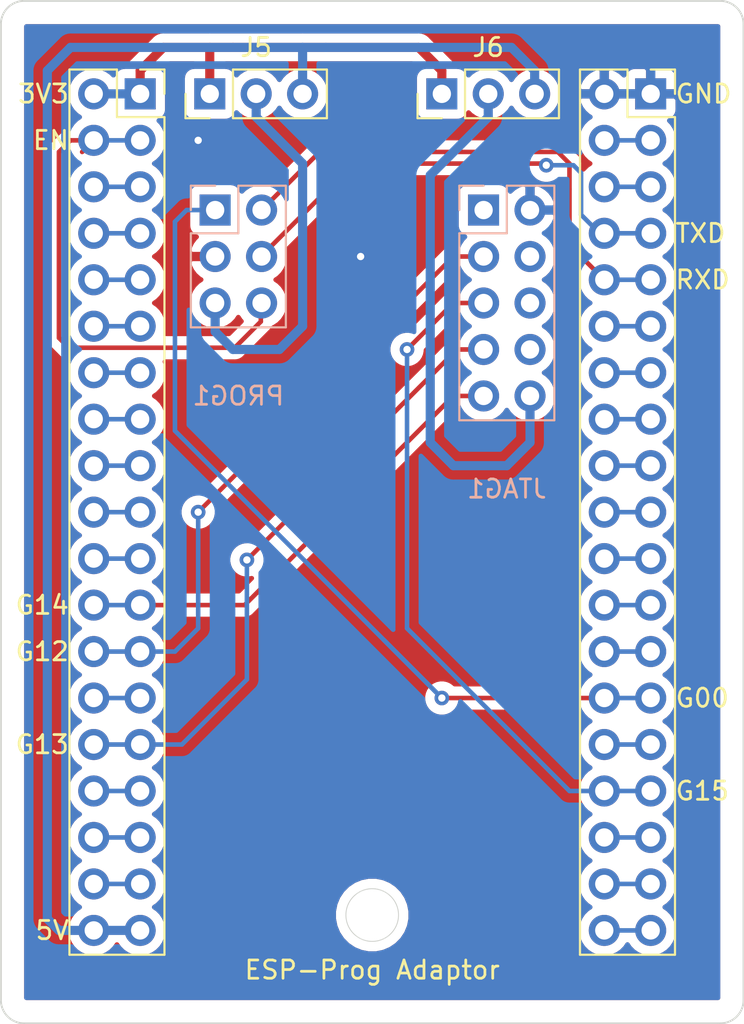
<source format=kicad_pcb>
(kicad_pcb (version 20171130) (host pcbnew "(5.1.9)-1")

  (general
    (thickness 1.6)
    (drawings 21)
    (tracks 131)
    (zones 0)
    (modules 6)
    (nets 41)
  )

  (page A4)
  (layers
    (0 F.Cu signal)
    (31 B.Cu signal)
    (32 B.Adhes user hide)
    (33 F.Adhes user hide)
    (34 B.Paste user hide)
    (35 F.Paste user hide)
    (36 B.SilkS user)
    (37 F.SilkS user)
    (38 B.Mask user)
    (39 F.Mask user)
    (40 Dwgs.User user hide)
    (41 Cmts.User user hide)
    (42 Eco1.User user hide)
    (43 Eco2.User user hide)
    (44 Edge.Cuts user)
    (45 Margin user hide)
    (46 B.CrtYd user)
    (47 F.CrtYd user)
    (48 B.Fab user hide)
    (49 F.Fab user hide)
  )

  (setup
    (last_trace_width 0.25)
    (trace_clearance 0.2)
    (zone_clearance 0.508)
    (zone_45_only no)
    (trace_min 0.2)
    (via_size 0.8)
    (via_drill 0.4)
    (via_min_size 0.4)
    (via_min_drill 0.3)
    (uvia_size 0.3)
    (uvia_drill 0.1)
    (uvias_allowed no)
    (uvia_min_size 0.2)
    (uvia_min_drill 0.1)
    (edge_width 0.05)
    (segment_width 0.2)
    (pcb_text_width 0.3)
    (pcb_text_size 1.5 1.5)
    (mod_edge_width 0.12)
    (mod_text_size 1 1)
    (mod_text_width 0.15)
    (pad_size 1.524 1.524)
    (pad_drill 0.762)
    (pad_to_mask_clearance 0)
    (aux_axis_origin 0 0)
    (visible_elements 7FFFFFFF)
    (pcbplotparams
      (layerselection 0x010f0_ffffffff)
      (usegerberextensions false)
      (usegerberattributes true)
      (usegerberadvancedattributes true)
      (creategerberjobfile true)
      (excludeedgelayer true)
      (linewidth 0.100000)
      (plotframeref false)
      (viasonmask false)
      (mode 1)
      (useauxorigin false)
      (hpglpennumber 1)
      (hpglpenspeed 20)
      (hpglpendiameter 15.000000)
      (psnegative false)
      (psa4output false)
      (plotreference true)
      (plotvalue true)
      (plotinvisibletext false)
      (padsonsilk false)
      (subtractmaskfromsilk false)
      (outputformat 1)
      (mirror false)
      (drillshape 0)
      (scaleselection 1)
      (outputdirectory "gerber"))
  )

  (net 0 "")
  (net 1 GND)
  (net 2 +3V3)
  (net 3 +5V)
  (net 4 /EN)
  (net 5 "Net-(J1-Pad5)")
  (net 6 "Net-(J1-Pad35)")
  (net 7 "Net-(J1-Pad33)")
  (net 8 "Net-(J1-Pad31)")
  (net 9 "Net-(J1-Pad27)")
  (net 10 "Net-(J1-Pad21)")
  (net 11 "Net-(J1-Pad19)")
  (net 12 "Net-(J1-Pad17)")
  (net 13 "Net-(J1-Pad15)")
  (net 14 "Net-(J1-Pad13)")
  (net 15 "Net-(J1-Pad11)")
  (net 16 "Net-(J1-Pad10)")
  (net 17 "Net-(J1-Pad7)")
  (net 18 /RXD)
  (net 19 /TXD)
  (net 20 "Net-(J2-Pad3)")
  (net 21 "Net-(J2-Pad11)")
  (net 22 "Net-(J2-Pad13)")
  (net 23 "Net-(J2-Pad15)")
  (net 24 "Net-(J2-Pad17)")
  (net 25 "Net-(J2-Pad19)")
  (net 26 "Net-(J2-Pad21)")
  (net 27 "Net-(J2-Pad23)")
  (net 28 "Net-(J2-Pad29)")
  (net 29 "Net-(J2-Pad33)")
  (net 30 "Net-(J2-Pad35)")
  (net 31 "Net-(J2-Pad37)")
  (net 32 "Net-(J2-Pad25)")
  (net 33 "/TMS(G14)")
  (net 34 "/TDI(G12)")
  (net 35 "/TCK(G13)")
  (net 36 /G00)
  (net 37 "/TDO(G15)")
  (net 38 /Vprog)
  (net 39 /Vjtag)
  (net 40 "Net-(J2-Pad5)")

  (net_class Default "This is the default net class."
    (clearance 0.2)
    (trace_width 0.25)
    (via_dia 0.8)
    (via_drill 0.4)
    (uvia_dia 0.3)
    (uvia_drill 0.1)
    (add_net /EN)
    (add_net /G00)
    (add_net /RXD)
    (add_net "/TCK(G13)")
    (add_net "/TDI(G12)")
    (add_net "/TDO(G15)")
    (add_net "/TMS(G14)")
    (add_net /TXD)
    (add_net "Net-(J1-Pad10)")
    (add_net "Net-(J1-Pad11)")
    (add_net "Net-(J1-Pad13)")
    (add_net "Net-(J1-Pad15)")
    (add_net "Net-(J1-Pad17)")
    (add_net "Net-(J1-Pad19)")
    (add_net "Net-(J1-Pad21)")
    (add_net "Net-(J1-Pad27)")
    (add_net "Net-(J1-Pad31)")
    (add_net "Net-(J1-Pad33)")
    (add_net "Net-(J1-Pad35)")
    (add_net "Net-(J1-Pad5)")
    (add_net "Net-(J1-Pad7)")
    (add_net "Net-(J2-Pad11)")
    (add_net "Net-(J2-Pad13)")
    (add_net "Net-(J2-Pad15)")
    (add_net "Net-(J2-Pad17)")
    (add_net "Net-(J2-Pad19)")
    (add_net "Net-(J2-Pad21)")
    (add_net "Net-(J2-Pad23)")
    (add_net "Net-(J2-Pad25)")
    (add_net "Net-(J2-Pad29)")
    (add_net "Net-(J2-Pad3)")
    (add_net "Net-(J2-Pad33)")
    (add_net "Net-(J2-Pad35)")
    (add_net "Net-(J2-Pad37)")
    (add_net "Net-(J2-Pad5)")
  )

  (net_class Power ""
    (clearance 0.2)
    (trace_width 0.5)
    (via_dia 0.8)
    (via_drill 0.4)
    (uvia_dia 0.3)
    (uvia_drill 0.1)
    (add_net +3V3)
    (add_net +5V)
    (add_net /Vjtag)
    (add_net /Vprog)
    (add_net GND)
  )

  (module Connector_PinSocket_2.54mm:PinSocket_2x19_P2.54mm_Vertical (layer F.Cu) (tedit 5A19A42E) (tstamp 612F5EC8)
    (at 86.36 71.12)
    (descr "Through hole straight socket strip, 2x19, 2.54mm pitch, double cols (from Kicad 4.0.7), script generated")
    (tags "Through hole socket strip THT 2x19 2.54mm double row")
    (path /612FCBCC)
    (fp_text reference J1 (at -1.27 -2.77) (layer F.SilkS) hide
      (effects (font (size 1 1) (thickness 0.15)))
    )
    (fp_text value Conn_02x19_Odd_Even (at -1.27 48.49) (layer F.Fab)
      (effects (font (size 1 1) (thickness 0.15)))
    )
    (fp_line (start -3.81 -1.27) (end 0.27 -1.27) (layer F.Fab) (width 0.1))
    (fp_line (start 0.27 -1.27) (end 1.27 -0.27) (layer F.Fab) (width 0.1))
    (fp_line (start 1.27 -0.27) (end 1.27 46.99) (layer F.Fab) (width 0.1))
    (fp_line (start 1.27 46.99) (end -3.81 46.99) (layer F.Fab) (width 0.1))
    (fp_line (start -3.81 46.99) (end -3.81 -1.27) (layer F.Fab) (width 0.1))
    (fp_line (start -3.87 -1.33) (end -1.27 -1.33) (layer F.SilkS) (width 0.12))
    (fp_line (start -3.87 -1.33) (end -3.87 47.05) (layer F.SilkS) (width 0.12))
    (fp_line (start -3.87 47.05) (end 1.33 47.05) (layer F.SilkS) (width 0.12))
    (fp_line (start 1.33 1.27) (end 1.33 47.05) (layer F.SilkS) (width 0.12))
    (fp_line (start -1.27 1.27) (end 1.33 1.27) (layer F.SilkS) (width 0.12))
    (fp_line (start -1.27 -1.33) (end -1.27 1.27) (layer F.SilkS) (width 0.12))
    (fp_line (start 1.33 -1.33) (end 1.33 0) (layer F.SilkS) (width 0.12))
    (fp_line (start 0 -1.33) (end 1.33 -1.33) (layer F.SilkS) (width 0.12))
    (fp_line (start -4.34 -1.8) (end 1.76 -1.8) (layer F.CrtYd) (width 0.05))
    (fp_line (start 1.76 -1.8) (end 1.76 47.5) (layer F.CrtYd) (width 0.05))
    (fp_line (start 1.76 47.5) (end -4.34 47.5) (layer F.CrtYd) (width 0.05))
    (fp_line (start -4.34 47.5) (end -4.34 -1.8) (layer F.CrtYd) (width 0.05))
    (fp_text user %R (at -1.27 22.86 90) (layer F.Fab)
      (effects (font (size 1 1) (thickness 0.15)))
    )
    (pad 38 thru_hole oval (at -2.54 45.72) (size 1.7 1.7) (drill 1) (layers *.Cu *.Mask)
      (net 3 +5V))
    (pad 37 thru_hole oval (at 0 45.72) (size 1.7 1.7) (drill 1) (layers *.Cu *.Mask)
      (net 3 +5V))
    (pad 36 thru_hole oval (at -2.54 43.18) (size 1.7 1.7) (drill 1) (layers *.Cu *.Mask)
      (net 6 "Net-(J1-Pad35)"))
    (pad 35 thru_hole oval (at 0 43.18) (size 1.7 1.7) (drill 1) (layers *.Cu *.Mask)
      (net 6 "Net-(J1-Pad35)"))
    (pad 34 thru_hole oval (at -2.54 40.64) (size 1.7 1.7) (drill 1) (layers *.Cu *.Mask)
      (net 7 "Net-(J1-Pad33)"))
    (pad 33 thru_hole oval (at 0 40.64) (size 1.7 1.7) (drill 1) (layers *.Cu *.Mask)
      (net 7 "Net-(J1-Pad33)"))
    (pad 32 thru_hole oval (at -2.54 38.1) (size 1.7 1.7) (drill 1) (layers *.Cu *.Mask)
      (net 8 "Net-(J1-Pad31)"))
    (pad 31 thru_hole oval (at 0 38.1) (size 1.7 1.7) (drill 1) (layers *.Cu *.Mask)
      (net 8 "Net-(J1-Pad31)"))
    (pad 30 thru_hole oval (at -2.54 35.56) (size 1.7 1.7) (drill 1) (layers *.Cu *.Mask)
      (net 35 "/TCK(G13)"))
    (pad 29 thru_hole oval (at 0 35.56) (size 1.7 1.7) (drill 1) (layers *.Cu *.Mask)
      (net 35 "/TCK(G13)"))
    (pad 28 thru_hole oval (at -2.54 33.02) (size 1.7 1.7) (drill 1) (layers *.Cu *.Mask)
      (net 9 "Net-(J1-Pad27)"))
    (pad 27 thru_hole oval (at 0 33.02) (size 1.7 1.7) (drill 1) (layers *.Cu *.Mask)
      (net 9 "Net-(J1-Pad27)"))
    (pad 26 thru_hole oval (at -2.54 30.48) (size 1.7 1.7) (drill 1) (layers *.Cu *.Mask)
      (net 34 "/TDI(G12)"))
    (pad 25 thru_hole oval (at 0 30.48) (size 1.7 1.7) (drill 1) (layers *.Cu *.Mask)
      (net 34 "/TDI(G12)"))
    (pad 24 thru_hole oval (at -2.54 27.94) (size 1.7 1.7) (drill 1) (layers *.Cu *.Mask)
      (net 33 "/TMS(G14)"))
    (pad 23 thru_hole oval (at 0 27.94) (size 1.7 1.7) (drill 1) (layers *.Cu *.Mask)
      (net 33 "/TMS(G14)"))
    (pad 22 thru_hole oval (at -2.54 25.4) (size 1.7 1.7) (drill 1) (layers *.Cu *.Mask)
      (net 10 "Net-(J1-Pad21)"))
    (pad 21 thru_hole oval (at 0 25.4) (size 1.7 1.7) (drill 1) (layers *.Cu *.Mask)
      (net 10 "Net-(J1-Pad21)"))
    (pad 20 thru_hole oval (at -2.54 22.86) (size 1.7 1.7) (drill 1) (layers *.Cu *.Mask)
      (net 11 "Net-(J1-Pad19)"))
    (pad 19 thru_hole oval (at 0 22.86) (size 1.7 1.7) (drill 1) (layers *.Cu *.Mask)
      (net 11 "Net-(J1-Pad19)"))
    (pad 18 thru_hole oval (at -2.54 20.32) (size 1.7 1.7) (drill 1) (layers *.Cu *.Mask)
      (net 12 "Net-(J1-Pad17)"))
    (pad 17 thru_hole oval (at 0 20.32) (size 1.7 1.7) (drill 1) (layers *.Cu *.Mask)
      (net 12 "Net-(J1-Pad17)"))
    (pad 16 thru_hole oval (at -2.54 17.78) (size 1.7 1.7) (drill 1) (layers *.Cu *.Mask)
      (net 13 "Net-(J1-Pad15)"))
    (pad 15 thru_hole oval (at 0 17.78) (size 1.7 1.7) (drill 1) (layers *.Cu *.Mask)
      (net 13 "Net-(J1-Pad15)"))
    (pad 14 thru_hole oval (at -2.54 15.24) (size 1.7 1.7) (drill 1) (layers *.Cu *.Mask)
      (net 14 "Net-(J1-Pad13)"))
    (pad 13 thru_hole oval (at 0 15.24) (size 1.7 1.7) (drill 1) (layers *.Cu *.Mask)
      (net 14 "Net-(J1-Pad13)"))
    (pad 12 thru_hole oval (at -2.54 12.7) (size 1.7 1.7) (drill 1) (layers *.Cu *.Mask)
      (net 15 "Net-(J1-Pad11)"))
    (pad 11 thru_hole oval (at 0 12.7) (size 1.7 1.7) (drill 1) (layers *.Cu *.Mask)
      (net 15 "Net-(J1-Pad11)"))
    (pad 10 thru_hole oval (at -2.54 10.16) (size 1.7 1.7) (drill 1) (layers *.Cu *.Mask)
      (net 16 "Net-(J1-Pad10)"))
    (pad 9 thru_hole oval (at 0 10.16) (size 1.7 1.7) (drill 1) (layers *.Cu *.Mask)
      (net 16 "Net-(J1-Pad10)"))
    (pad 8 thru_hole oval (at -2.54 7.62) (size 1.7 1.7) (drill 1) (layers *.Cu *.Mask)
      (net 17 "Net-(J1-Pad7)"))
    (pad 7 thru_hole oval (at 0 7.62) (size 1.7 1.7) (drill 1) (layers *.Cu *.Mask)
      (net 17 "Net-(J1-Pad7)"))
    (pad 6 thru_hole oval (at -2.54 5.08) (size 1.7 1.7) (drill 1) (layers *.Cu *.Mask)
      (net 5 "Net-(J1-Pad5)"))
    (pad 5 thru_hole oval (at 0 5.08) (size 1.7 1.7) (drill 1) (layers *.Cu *.Mask)
      (net 5 "Net-(J1-Pad5)"))
    (pad 4 thru_hole oval (at -2.54 2.54) (size 1.7 1.7) (drill 1) (layers *.Cu *.Mask)
      (net 4 /EN))
    (pad 3 thru_hole oval (at 0 2.54) (size 1.7 1.7) (drill 1) (layers *.Cu *.Mask)
      (net 4 /EN))
    (pad 2 thru_hole oval (at -2.54 0) (size 1.7 1.7) (drill 1) (layers *.Cu *.Mask)
      (net 2 +3V3))
    (pad 1 thru_hole rect (at 0 0) (size 1.7 1.7) (drill 1) (layers *.Cu *.Mask)
      (net 2 +3V3))
    (model ${KISYS3DMOD}/Connector_PinSocket_2.54mm.3dshapes/PinSocket_2x19_P2.54mm_Vertical.wrl
      (at (xyz 0 0 0))
      (scale (xyz 1 1 1))
      (rotate (xyz 0 0 0))
    )
  )

  (module Connector_PinHeader_2.54mm:PinHeader_1x03_P2.54mm_Vertical (layer F.Cu) (tedit 59FED5CC) (tstamp 612F1568)
    (at 90.17 71.12 90)
    (descr "Through hole straight pin header, 1x03, 2.54mm pitch, single row")
    (tags "Through hole pin header THT 1x03 2.54mm single row")
    (path /613765B4)
    (fp_text reference J5 (at 2.54 2.54 180) (layer F.SilkS)
      (effects (font (size 1 1) (thickness 0.15)))
    )
    (fp_text value Conn_01x03_Male (at 0 7.41 90) (layer F.Fab)
      (effects (font (size 1 1) (thickness 0.15)))
    )
    (fp_line (start 1.8 -1.8) (end -1.8 -1.8) (layer F.CrtYd) (width 0.05))
    (fp_line (start 1.8 6.85) (end 1.8 -1.8) (layer F.CrtYd) (width 0.05))
    (fp_line (start -1.8 6.85) (end 1.8 6.85) (layer F.CrtYd) (width 0.05))
    (fp_line (start -1.8 -1.8) (end -1.8 6.85) (layer F.CrtYd) (width 0.05))
    (fp_line (start -1.33 -1.33) (end 0 -1.33) (layer F.SilkS) (width 0.12))
    (fp_line (start -1.33 0) (end -1.33 -1.33) (layer F.SilkS) (width 0.12))
    (fp_line (start -1.33 1.27) (end 1.33 1.27) (layer F.SilkS) (width 0.12))
    (fp_line (start 1.33 1.27) (end 1.33 6.41) (layer F.SilkS) (width 0.12))
    (fp_line (start -1.33 1.27) (end -1.33 6.41) (layer F.SilkS) (width 0.12))
    (fp_line (start -1.33 6.41) (end 1.33 6.41) (layer F.SilkS) (width 0.12))
    (fp_line (start -1.27 -0.635) (end -0.635 -1.27) (layer F.Fab) (width 0.1))
    (fp_line (start -1.27 6.35) (end -1.27 -0.635) (layer F.Fab) (width 0.1))
    (fp_line (start 1.27 6.35) (end -1.27 6.35) (layer F.Fab) (width 0.1))
    (fp_line (start 1.27 -1.27) (end 1.27 6.35) (layer F.Fab) (width 0.1))
    (fp_line (start -0.635 -1.27) (end 1.27 -1.27) (layer F.Fab) (width 0.1))
    (fp_text user %R (at 0 2.54) (layer F.Fab)
      (effects (font (size 1 1) (thickness 0.15)))
    )
    (pad 1 thru_hole rect (at 0 0 90) (size 1.7 1.7) (drill 1) (layers *.Cu *.Mask)
      (net 2 +3V3))
    (pad 2 thru_hole oval (at 0 2.54 90) (size 1.7 1.7) (drill 1) (layers *.Cu *.Mask)
      (net 38 /Vprog))
    (pad 3 thru_hole oval (at 0 5.08 90) (size 1.7 1.7) (drill 1) (layers *.Cu *.Mask)
      (net 3 +5V))
    (model ${KISYS3DMOD}/Connector_PinHeader_2.54mm.3dshapes/PinHeader_1x03_P2.54mm_Vertical.wrl
      (at (xyz 0 0 0))
      (scale (xyz 1 1 1))
      (rotate (xyz 0 0 0))
    )
  )

  (module Connector_PinHeader_2.54mm:PinHeader_1x03_P2.54mm_Vertical (layer F.Cu) (tedit 59FED5CC) (tstamp 612F24D0)
    (at 102.87 71.12 90)
    (descr "Through hole straight pin header, 1x03, 2.54mm pitch, single row")
    (tags "Through hole pin header THT 1x03 2.54mm single row")
    (path /6137B4D7)
    (fp_text reference J6 (at 2.54 2.54 180) (layer F.SilkS)
      (effects (font (size 1 1) (thickness 0.15)))
    )
    (fp_text value Conn_01x03_Male (at 0 7.41 90) (layer F.Fab)
      (effects (font (size 1 1) (thickness 0.15)))
    )
    (fp_line (start -0.635 -1.27) (end 1.27 -1.27) (layer F.Fab) (width 0.1))
    (fp_line (start 1.27 -1.27) (end 1.27 6.35) (layer F.Fab) (width 0.1))
    (fp_line (start 1.27 6.35) (end -1.27 6.35) (layer F.Fab) (width 0.1))
    (fp_line (start -1.27 6.35) (end -1.27 -0.635) (layer F.Fab) (width 0.1))
    (fp_line (start -1.27 -0.635) (end -0.635 -1.27) (layer F.Fab) (width 0.1))
    (fp_line (start -1.33 6.41) (end 1.33 6.41) (layer F.SilkS) (width 0.12))
    (fp_line (start -1.33 1.27) (end -1.33 6.41) (layer F.SilkS) (width 0.12))
    (fp_line (start 1.33 1.27) (end 1.33 6.41) (layer F.SilkS) (width 0.12))
    (fp_line (start -1.33 1.27) (end 1.33 1.27) (layer F.SilkS) (width 0.12))
    (fp_line (start -1.33 0) (end -1.33 -1.33) (layer F.SilkS) (width 0.12))
    (fp_line (start -1.33 -1.33) (end 0 -1.33) (layer F.SilkS) (width 0.12))
    (fp_line (start -1.8 -1.8) (end -1.8 6.85) (layer F.CrtYd) (width 0.05))
    (fp_line (start -1.8 6.85) (end 1.8 6.85) (layer F.CrtYd) (width 0.05))
    (fp_line (start 1.8 6.85) (end 1.8 -1.8) (layer F.CrtYd) (width 0.05))
    (fp_line (start 1.8 -1.8) (end -1.8 -1.8) (layer F.CrtYd) (width 0.05))
    (fp_text user %R (at 0 2.54) (layer F.Fab)
      (effects (font (size 1 1) (thickness 0.15)))
    )
    (pad 3 thru_hole oval (at 0 5.08 90) (size 1.7 1.7) (drill 1) (layers *.Cu *.Mask)
      (net 3 +5V))
    (pad 2 thru_hole oval (at 0 2.54 90) (size 1.7 1.7) (drill 1) (layers *.Cu *.Mask)
      (net 39 /Vjtag))
    (pad 1 thru_hole rect (at 0 0 90) (size 1.7 1.7) (drill 1) (layers *.Cu *.Mask)
      (net 2 +3V3))
    (model ${KISYS3DMOD}/Connector_PinHeader_2.54mm.3dshapes/PinHeader_1x03_P2.54mm_Vertical.wrl
      (at (xyz 0 0 0))
      (scale (xyz 1 1 1))
      (rotate (xyz 0 0 0))
    )
  )

  (module Connector_PinSocket_2.54mm:PinSocket_2x19_P2.54mm_Vertical (layer F.Cu) (tedit 5A19A42E) (tstamp 612F6A6B)
    (at 114.3 71.12)
    (descr "Through hole straight socket strip, 2x19, 2.54mm pitch, double cols (from Kicad 4.0.7), script generated")
    (tags "Through hole socket strip THT 2x19 2.54mm double row")
    (path /612F8FA6)
    (fp_text reference J2 (at -1.27 -2.77) (layer F.SilkS) hide
      (effects (font (size 1 1) (thickness 0.15)))
    )
    (fp_text value Conn_02x19_Odd_Even (at -1.27 48.49) (layer F.Fab)
      (effects (font (size 1 1) (thickness 0.15)))
    )
    (fp_line (start -4.34 47.5) (end -4.34 -1.8) (layer F.CrtYd) (width 0.05))
    (fp_line (start 1.76 47.5) (end -4.34 47.5) (layer F.CrtYd) (width 0.05))
    (fp_line (start 1.76 -1.8) (end 1.76 47.5) (layer F.CrtYd) (width 0.05))
    (fp_line (start -4.34 -1.8) (end 1.76 -1.8) (layer F.CrtYd) (width 0.05))
    (fp_line (start 0 -1.33) (end 1.33 -1.33) (layer F.SilkS) (width 0.12))
    (fp_line (start 1.33 -1.33) (end 1.33 0) (layer F.SilkS) (width 0.12))
    (fp_line (start -1.27 -1.33) (end -1.27 1.27) (layer F.SilkS) (width 0.12))
    (fp_line (start -1.27 1.27) (end 1.33 1.27) (layer F.SilkS) (width 0.12))
    (fp_line (start 1.33 1.27) (end 1.33 47.05) (layer F.SilkS) (width 0.12))
    (fp_line (start -3.87 47.05) (end 1.33 47.05) (layer F.SilkS) (width 0.12))
    (fp_line (start -3.87 -1.33) (end -3.87 47.05) (layer F.SilkS) (width 0.12))
    (fp_line (start -3.87 -1.33) (end -1.27 -1.33) (layer F.SilkS) (width 0.12))
    (fp_line (start -3.81 46.99) (end -3.81 -1.27) (layer F.Fab) (width 0.1))
    (fp_line (start 1.27 46.99) (end -3.81 46.99) (layer F.Fab) (width 0.1))
    (fp_line (start 1.27 -0.27) (end 1.27 46.99) (layer F.Fab) (width 0.1))
    (fp_line (start 0.27 -1.27) (end 1.27 -0.27) (layer F.Fab) (width 0.1))
    (fp_line (start -3.81 -1.27) (end 0.27 -1.27) (layer F.Fab) (width 0.1))
    (fp_text user %R (at -1.27 22.86 90) (layer F.Fab)
      (effects (font (size 1 1) (thickness 0.15)))
    )
    (pad 1 thru_hole rect (at 0 0) (size 1.7 1.7) (drill 1) (layers *.Cu *.Mask)
      (net 1 GND))
    (pad 2 thru_hole oval (at -2.54 0) (size 1.7 1.7) (drill 1) (layers *.Cu *.Mask)
      (net 1 GND))
    (pad 3 thru_hole oval (at 0 2.54) (size 1.7 1.7) (drill 1) (layers *.Cu *.Mask)
      (net 20 "Net-(J2-Pad3)"))
    (pad 4 thru_hole oval (at -2.54 2.54) (size 1.7 1.7) (drill 1) (layers *.Cu *.Mask)
      (net 20 "Net-(J2-Pad3)"))
    (pad 5 thru_hole oval (at 0 5.08) (size 1.7 1.7) (drill 1) (layers *.Cu *.Mask)
      (net 40 "Net-(J2-Pad5)"))
    (pad 6 thru_hole oval (at -2.54 5.08) (size 1.7 1.7) (drill 1) (layers *.Cu *.Mask)
      (net 40 "Net-(J2-Pad5)"))
    (pad 7 thru_hole oval (at 0 7.62) (size 1.7 1.7) (drill 1) (layers *.Cu *.Mask)
      (net 19 /TXD))
    (pad 8 thru_hole oval (at -2.54 7.62) (size 1.7 1.7) (drill 1) (layers *.Cu *.Mask)
      (net 19 /TXD))
    (pad 9 thru_hole oval (at 0 10.16) (size 1.7 1.7) (drill 1) (layers *.Cu *.Mask)
      (net 18 /RXD))
    (pad 10 thru_hole oval (at -2.54 10.16) (size 1.7 1.7) (drill 1) (layers *.Cu *.Mask)
      (net 18 /RXD))
    (pad 11 thru_hole oval (at 0 12.7) (size 1.7 1.7) (drill 1) (layers *.Cu *.Mask)
      (net 21 "Net-(J2-Pad11)"))
    (pad 12 thru_hole oval (at -2.54 12.7) (size 1.7 1.7) (drill 1) (layers *.Cu *.Mask)
      (net 21 "Net-(J2-Pad11)"))
    (pad 13 thru_hole oval (at 0 15.24) (size 1.7 1.7) (drill 1) (layers *.Cu *.Mask)
      (net 22 "Net-(J2-Pad13)"))
    (pad 14 thru_hole oval (at -2.54 15.24) (size 1.7 1.7) (drill 1) (layers *.Cu *.Mask)
      (net 22 "Net-(J2-Pad13)"))
    (pad 15 thru_hole oval (at 0 17.78) (size 1.7 1.7) (drill 1) (layers *.Cu *.Mask)
      (net 23 "Net-(J2-Pad15)"))
    (pad 16 thru_hole oval (at -2.54 17.78) (size 1.7 1.7) (drill 1) (layers *.Cu *.Mask)
      (net 23 "Net-(J2-Pad15)"))
    (pad 17 thru_hole oval (at 0 20.32) (size 1.7 1.7) (drill 1) (layers *.Cu *.Mask)
      (net 24 "Net-(J2-Pad17)"))
    (pad 18 thru_hole oval (at -2.54 20.32) (size 1.7 1.7) (drill 1) (layers *.Cu *.Mask)
      (net 24 "Net-(J2-Pad17)"))
    (pad 19 thru_hole oval (at 0 22.86) (size 1.7 1.7) (drill 1) (layers *.Cu *.Mask)
      (net 25 "Net-(J2-Pad19)"))
    (pad 20 thru_hole oval (at -2.54 22.86) (size 1.7 1.7) (drill 1) (layers *.Cu *.Mask)
      (net 25 "Net-(J2-Pad19)"))
    (pad 21 thru_hole oval (at 0 25.4) (size 1.7 1.7) (drill 1) (layers *.Cu *.Mask)
      (net 26 "Net-(J2-Pad21)"))
    (pad 22 thru_hole oval (at -2.54 25.4) (size 1.7 1.7) (drill 1) (layers *.Cu *.Mask)
      (net 26 "Net-(J2-Pad21)"))
    (pad 23 thru_hole oval (at 0 27.94) (size 1.7 1.7) (drill 1) (layers *.Cu *.Mask)
      (net 27 "Net-(J2-Pad23)"))
    (pad 24 thru_hole oval (at -2.54 27.94) (size 1.7 1.7) (drill 1) (layers *.Cu *.Mask)
      (net 27 "Net-(J2-Pad23)"))
    (pad 25 thru_hole oval (at 0 30.48) (size 1.7 1.7) (drill 1) (layers *.Cu *.Mask)
      (net 32 "Net-(J2-Pad25)"))
    (pad 26 thru_hole oval (at -2.54 30.48) (size 1.7 1.7) (drill 1) (layers *.Cu *.Mask)
      (net 32 "Net-(J2-Pad25)"))
    (pad 27 thru_hole oval (at 0 33.02) (size 1.7 1.7) (drill 1) (layers *.Cu *.Mask)
      (net 36 /G00))
    (pad 28 thru_hole oval (at -2.54 33.02) (size 1.7 1.7) (drill 1) (layers *.Cu *.Mask)
      (net 36 /G00))
    (pad 29 thru_hole oval (at 0 35.56) (size 1.7 1.7) (drill 1) (layers *.Cu *.Mask)
      (net 28 "Net-(J2-Pad29)"))
    (pad 30 thru_hole oval (at -2.54 35.56) (size 1.7 1.7) (drill 1) (layers *.Cu *.Mask)
      (net 28 "Net-(J2-Pad29)"))
    (pad 31 thru_hole oval (at 0 38.1) (size 1.7 1.7) (drill 1) (layers *.Cu *.Mask)
      (net 37 "/TDO(G15)"))
    (pad 32 thru_hole oval (at -2.54 38.1) (size 1.7 1.7) (drill 1) (layers *.Cu *.Mask)
      (net 37 "/TDO(G15)"))
    (pad 33 thru_hole oval (at 0 40.64) (size 1.7 1.7) (drill 1) (layers *.Cu *.Mask)
      (net 29 "Net-(J2-Pad33)"))
    (pad 34 thru_hole oval (at -2.54 40.64) (size 1.7 1.7) (drill 1) (layers *.Cu *.Mask)
      (net 29 "Net-(J2-Pad33)"))
    (pad 35 thru_hole oval (at 0 43.18) (size 1.7 1.7) (drill 1) (layers *.Cu *.Mask)
      (net 30 "Net-(J2-Pad35)"))
    (pad 36 thru_hole oval (at -2.54 43.18) (size 1.7 1.7) (drill 1) (layers *.Cu *.Mask)
      (net 30 "Net-(J2-Pad35)"))
    (pad 37 thru_hole oval (at 0 45.72) (size 1.7 1.7) (drill 1) (layers *.Cu *.Mask)
      (net 31 "Net-(J2-Pad37)"))
    (pad 38 thru_hole oval (at -2.54 45.72) (size 1.7 1.7) (drill 1) (layers *.Cu *.Mask)
      (net 31 "Net-(J2-Pad37)"))
    (model ${KISYS3DMOD}/Connector_PinSocket_2.54mm.3dshapes/PinSocket_2x19_P2.54mm_Vertical.wrl
      (at (xyz 0 0 0))
      (scale (xyz 1 1 1))
      (rotate (xyz 0 0 0))
    )
  )

  (module Connector_PinSocket_2.54mm:PinSocket_2x05_P2.54mm_Vertical (layer B.Cu) (tedit 5A19A42B) (tstamp 6138B62F)
    (at 105.156 77.47 180)
    (descr "Through hole straight socket strip, 2x05, 2.54mm pitch, double cols (from Kicad 4.0.7), script generated")
    (tags "Through hole socket strip THT 2x05 2.54mm double row")
    (path /612FDC12)
    (fp_text reference JTAG1 (at -1.27 -15.24) (layer B.SilkS)
      (effects (font (size 1 1) (thickness 0.15)) (justify mirror))
    )
    (fp_text value Conn_02x05_Odd_Even (at -1.27 -12.93) (layer B.Fab)
      (effects (font (size 1 1) (thickness 0.15)) (justify mirror))
    )
    (fp_line (start -4.34 -11.9) (end -4.34 1.8) (layer B.CrtYd) (width 0.05))
    (fp_line (start 1.76 -11.9) (end -4.34 -11.9) (layer B.CrtYd) (width 0.05))
    (fp_line (start 1.76 1.8) (end 1.76 -11.9) (layer B.CrtYd) (width 0.05))
    (fp_line (start -4.34 1.8) (end 1.76 1.8) (layer B.CrtYd) (width 0.05))
    (fp_line (start 0 1.33) (end 1.33 1.33) (layer B.SilkS) (width 0.12))
    (fp_line (start 1.33 1.33) (end 1.33 0) (layer B.SilkS) (width 0.12))
    (fp_line (start -1.27 1.33) (end -1.27 -1.27) (layer B.SilkS) (width 0.12))
    (fp_line (start -1.27 -1.27) (end 1.33 -1.27) (layer B.SilkS) (width 0.12))
    (fp_line (start 1.33 -1.27) (end 1.33 -11.49) (layer B.SilkS) (width 0.12))
    (fp_line (start -3.87 -11.49) (end 1.33 -11.49) (layer B.SilkS) (width 0.12))
    (fp_line (start -3.87 1.33) (end -3.87 -11.49) (layer B.SilkS) (width 0.12))
    (fp_line (start -3.87 1.33) (end -1.27 1.33) (layer B.SilkS) (width 0.12))
    (fp_line (start -3.81 -11.43) (end -3.81 1.27) (layer B.Fab) (width 0.1))
    (fp_line (start 1.27 -11.43) (end -3.81 -11.43) (layer B.Fab) (width 0.1))
    (fp_line (start 1.27 0.27) (end 1.27 -11.43) (layer B.Fab) (width 0.1))
    (fp_line (start 0.27 1.27) (end 1.27 0.27) (layer B.Fab) (width 0.1))
    (fp_line (start -3.81 1.27) (end 0.27 1.27) (layer B.Fab) (width 0.1))
    (fp_text user %R (at -1.27 -5.08 270) (layer B.Fab)
      (effects (font (size 1 1) (thickness 0.15)) (justify mirror))
    )
    (pad 1 thru_hole rect (at 0 0 180) (size 1.7 1.7) (drill 1) (layers *.Cu *.Mask))
    (pad 2 thru_hole oval (at -2.54 0 180) (size 1.7 1.7) (drill 1) (layers *.Cu *.Mask)
      (net 1 GND))
    (pad 3 thru_hole oval (at 0 -2.54 180) (size 1.7 1.7) (drill 1) (layers *.Cu *.Mask)
      (net 34 "/TDI(G12)"))
    (pad 4 thru_hole oval (at -2.54 -2.54 180) (size 1.7 1.7) (drill 1) (layers *.Cu *.Mask))
    (pad 5 thru_hole oval (at 0 -5.08 180) (size 1.7 1.7) (drill 1) (layers *.Cu *.Mask)
      (net 37 "/TDO(G15)"))
    (pad 6 thru_hole oval (at -2.54 -5.08 180) (size 1.7 1.7) (drill 1) (layers *.Cu *.Mask))
    (pad 7 thru_hole oval (at 0 -7.62 180) (size 1.7 1.7) (drill 1) (layers *.Cu *.Mask)
      (net 35 "/TCK(G13)"))
    (pad 8 thru_hole oval (at -2.54 -7.62 180) (size 1.7 1.7) (drill 1) (layers *.Cu *.Mask))
    (pad 9 thru_hole oval (at 0 -10.16 180) (size 1.7 1.7) (drill 1) (layers *.Cu *.Mask)
      (net 33 "/TMS(G14)"))
    (pad 10 thru_hole oval (at -2.54 -10.16 180) (size 1.7 1.7) (drill 1) (layers *.Cu *.Mask)
      (net 39 /Vjtag))
    (model ${KISYS3DMOD}/Connector_PinSocket_2.54mm.3dshapes/PinSocket_2x05_P2.54mm_Vertical.wrl
      (at (xyz 0 0 0))
      (scale (xyz 1 1 1))
      (rotate (xyz 0 0 0))
    )
  )

  (module Connector_PinSocket_2.54mm:PinSocket_2x03_P2.54mm_Vertical (layer B.Cu) (tedit 5A19A425) (tstamp 6138B731)
    (at 90.464 77.47 180)
    (descr "Through hole straight socket strip, 2x03, 2.54mm pitch, double cols (from Kicad 4.0.7), script generated")
    (tags "Through hole socket strip THT 2x03 2.54mm double row")
    (path /61300DFB)
    (fp_text reference PROG1 (at -1.27 -10.16) (layer B.SilkS)
      (effects (font (size 1 1) (thickness 0.15)) (justify mirror))
    )
    (fp_text value Conn_02x03_Odd_Even (at -1.27 -7.85) (layer B.Fab)
      (effects (font (size 1 1) (thickness 0.15)) (justify mirror))
    )
    (fp_line (start -4.34 -6.85) (end -4.34 1.8) (layer B.CrtYd) (width 0.05))
    (fp_line (start 1.76 -6.85) (end -4.34 -6.85) (layer B.CrtYd) (width 0.05))
    (fp_line (start 1.76 1.8) (end 1.76 -6.85) (layer B.CrtYd) (width 0.05))
    (fp_line (start -4.34 1.8) (end 1.76 1.8) (layer B.CrtYd) (width 0.05))
    (fp_line (start 0 1.33) (end 1.33 1.33) (layer B.SilkS) (width 0.12))
    (fp_line (start 1.33 1.33) (end 1.33 0) (layer B.SilkS) (width 0.12))
    (fp_line (start -1.27 1.33) (end -1.27 -1.27) (layer B.SilkS) (width 0.12))
    (fp_line (start -1.27 -1.27) (end 1.33 -1.27) (layer B.SilkS) (width 0.12))
    (fp_line (start 1.33 -1.27) (end 1.33 -6.41) (layer B.SilkS) (width 0.12))
    (fp_line (start -3.87 -6.41) (end 1.33 -6.41) (layer B.SilkS) (width 0.12))
    (fp_line (start -3.87 1.33) (end -3.87 -6.41) (layer B.SilkS) (width 0.12))
    (fp_line (start -3.87 1.33) (end -1.27 1.33) (layer B.SilkS) (width 0.12))
    (fp_line (start -3.81 -6.35) (end -3.81 1.27) (layer B.Fab) (width 0.1))
    (fp_line (start 1.27 -6.35) (end -3.81 -6.35) (layer B.Fab) (width 0.1))
    (fp_line (start 1.27 0.27) (end 1.27 -6.35) (layer B.Fab) (width 0.1))
    (fp_line (start 0.27 1.27) (end 1.27 0.27) (layer B.Fab) (width 0.1))
    (fp_line (start -3.81 1.27) (end 0.27 1.27) (layer B.Fab) (width 0.1))
    (fp_text user %R (at -1.27 -2.54 270) (layer B.Fab)
      (effects (font (size 1 1) (thickness 0.15)) (justify mirror))
    )
    (pad 1 thru_hole rect (at 0 0 180) (size 1.7 1.7) (drill 1) (layers *.Cu *.Mask)
      (net 36 /G00))
    (pad 2 thru_hole oval (at -2.54 0 180) (size 1.7 1.7) (drill 1) (layers *.Cu *.Mask)
      (net 18 /RXD))
    (pad 3 thru_hole oval (at 0 -2.54 180) (size 1.7 1.7) (drill 1) (layers *.Cu *.Mask)
      (net 1 GND))
    (pad 4 thru_hole oval (at -2.54 -2.54 180) (size 1.7 1.7) (drill 1) (layers *.Cu *.Mask)
      (net 19 /TXD))
    (pad 5 thru_hole oval (at 0 -5.08 180) (size 1.7 1.7) (drill 1) (layers *.Cu *.Mask)
      (net 38 /Vprog))
    (pad 6 thru_hole oval (at -2.54 -5.08 180) (size 1.7 1.7) (drill 1) (layers *.Cu *.Mask)
      (net 4 /EN))
    (model ${KISYS3DMOD}/Connector_PinSocket_2.54mm.3dshapes/PinSocket_2x03_P2.54mm_Vertical.wrl
      (at (xyz 0 0 0))
      (scale (xyz 1 1 1))
      (rotate (xyz 0 0 0))
    )
  )

  (gr_text G15 (at 115.57 109.22) (layer F.SilkS) (tstamp 613037B3)
    (effects (font (size 1 1) (thickness 0.15)) (justify left))
  )
  (gr_text G00 (at 115.57 104.14) (layer F.SilkS) (tstamp 613037B3)
    (effects (font (size 1 1) (thickness 0.15)) (justify left))
  )
  (gr_text TXD (at 115.57 78.74) (layer F.SilkS) (tstamp 613037B3)
    (effects (font (size 1 1) (thickness 0.15)) (justify left))
  )
  (gr_text RXD (at 115.57 81.28) (layer F.SilkS) (tstamp 613037B3)
    (effects (font (size 1 1) (thickness 0.15)) (justify left))
  )
  (gr_text EN (at 82.55 73.66) (layer F.SilkS) (tstamp 613036DD)
    (effects (font (size 1 1) (thickness 0.15)) (justify right))
  )
  (gr_text G12 (at 82.55 101.6) (layer F.SilkS) (tstamp 613036DD)
    (effects (font (size 1 1) (thickness 0.15)) (justify right))
  )
  (gr_text G14 (at 82.55 99.06) (layer F.SilkS) (tstamp 613036DD)
    (effects (font (size 1 1) (thickness 0.15)) (justify right))
  )
  (gr_text G13 (at 82.55 106.68) (layer F.SilkS) (tstamp 613036DD)
    (effects (font (size 1 1) (thickness 0.15)) (justify right))
  )
  (gr_text GND (at 115.57 71.12) (layer F.SilkS)
    (effects (font (size 1 1) (thickness 0.15)) (justify left))
  )
  (gr_text 5V (at 82.55 116.84) (layer F.SilkS) (tstamp 612FAD9D)
    (effects (font (size 1 1) (thickness 0.15)) (justify right))
  )
  (gr_text 3V3 (at 82.55 71.12) (layer F.SilkS)
    (effects (font (size 1 1) (thickness 0.15)) (justify right))
  )
  (gr_text "ESP-Prog Adaptor" (at 99.06 119) (layer F.SilkS)
    (effects (font (size 1 1) (thickness 0.15)))
  )
  (gr_arc (start 118.11 120.65) (end 118.11 121.92) (angle -90) (layer Edge.Cuts) (width 0.1))
  (gr_arc (start 80.01 120.65) (end 78.74 120.65) (angle -90) (layer Edge.Cuts) (width 0.1))
  (gr_arc (start 80.01 67.31) (end 80.01 66.04) (angle -90) (layer Edge.Cuts) (width 0.1))
  (gr_arc (start 118.11 67.31) (end 119.38 67.31) (angle -90) (layer Edge.Cuts) (width 0.1))
  (gr_line (start 78.74 120.65) (end 78.74 67.31) (layer Edge.Cuts) (width 0.1))
  (gr_circle (center 99.06 116) (end 100.5 116) (layer Edge.Cuts) (width 0.05) (tstamp 6138BED3))
  (gr_line (start 119.38 67.31) (end 119.38 120.65) (layer Edge.Cuts) (width 0.1))
  (gr_line (start 80.01 66.04) (end 118.11 66.04) (layer Edge.Cuts) (width 0.1))
  (gr_line (start 118.11 121.92) (end 80.01 121.92) (layer Edge.Cuts) (width 0.1))

  (segment (start 111.76 71.12) (end 114.3 71.12) (width 0.5) (layer B.Cu) (net 1) (status 30))
  (via (at 89.535 73.66) (size 0.8) (drill 0.4) (layers F.Cu B.Cu) (net 1))
  (via (at 98.425 80.01) (size 0.8) (drill 0.4) (layers F.Cu B.Cu) (net 1))
  (segment (start 91.44 68.58) (end 101.6 68.58) (width 0.5) (layer F.Cu) (net 2))
  (segment (start 102.87 69.85) (end 102.87 71.12) (width 0.5) (layer F.Cu) (net 2) (status 20))
  (segment (start 101.6 68.58) (end 102.87 69.85) (width 0.5) (layer F.Cu) (net 2))
  (segment (start 90.17 68.58) (end 101.6 68.58) (width 0.25) (layer F.Cu) (net 2))
  (segment (start 90.17 71.12) (end 90.17 68.58) (width 0.5) (layer F.Cu) (net 2) (status 10))
  (segment (start 86.36 71.12) (end 86.36 69.85) (width 0.5) (layer F.Cu) (net 2) (status 10))
  (segment (start 86.36 69.85) (end 87.63 68.58) (width 0.5) (layer F.Cu) (net 2))
  (segment (start 87.63 68.58) (end 91.44 68.58) (width 0.5) (layer F.Cu) (net 2))
  (segment (start 83.82 71.12) (end 86.36 71.12) (width 0.5) (layer B.Cu) (net 2) (status 30))
  (segment (start 106.68 68.58) (end 96.52 68.58) (width 0.5) (layer B.Cu) (net 3))
  (segment (start 107.95 71.12) (end 107.95 69.85) (width 0.5) (layer B.Cu) (net 3) (status 10))
  (segment (start 107.95 69.85) (end 106.68 68.58) (width 0.5) (layer B.Cu) (net 3))
  (segment (start 96.52 68.58) (end 95.25 68.58) (width 0.5) (layer B.Cu) (net 3))
  (segment (start 81.28 116.205) (end 81.28 69.85) (width 0.5) (layer B.Cu) (net 3) (status 1000000))
  (segment (start 95.25 68.58) (end 82.55 68.58) (width 0.5) (layer B.Cu) (net 3) (status 1000000))
  (segment (start 82.55 68.58) (end 81.28 69.85) (width 0.5) (layer B.Cu) (net 3) (status 1000000))
  (segment (start 81.915 116.84) (end 83.82 116.84) (width 0.5) (layer B.Cu) (net 3) (status 1000020))
  (segment (start 81.28 116.205) (end 81.915 116.84) (width 0.5) (layer B.Cu) (net 3) (status 1000000))
  (segment (start 83.82 116.84) (end 86.36 116.84) (width 0.5) (layer B.Cu) (net 3) (status 30))
  (segment (start 95.25 71.12) (end 95.25 68.58) (width 0.5) (layer B.Cu) (net 3))
  (segment (start 83.82 73.66) (end 86.36 73.66) (width 0.25) (layer B.Cu) (net 4) (status 30))
  (segment (start 86.995 73.66) (end 86.36 73.66) (width 0.25) (layer B.Cu) (net 4) (status 30))
  (segment (start 83.185 74.295) (end 83.82 73.66) (width 0.25) (layer F.Cu) (net 4) (status 20))
  (segment (start 91.534999 84.995001) (end 82.455001 84.995001) (width 0.25) (layer F.Cu) (net 4))
  (segment (start 82.455001 84.995001) (end 81.915 84.455) (width 0.25) (layer F.Cu) (net 4))
  (segment (start 81.915 84.455) (end 81.915 74.295) (width 0.25) (layer F.Cu) (net 4))
  (segment (start 82.55 73.66) (end 83.82 73.66) (width 0.25) (layer F.Cu) (net 4) (status 20))
  (segment (start 81.915 74.295) (end 82.55 73.66) (width 0.25) (layer F.Cu) (net 4))
  (segment (start 92.964 83.566) (end 91.534999 84.995001) (width 0.25) (layer F.Cu) (net 4))
  (segment (start 92.964 82.55) (end 92.964 83.566) (width 0.25) (layer F.Cu) (net 4) (status 10))
  (segment (start 83.82 76.2) (end 86.36 76.2) (width 0.25) (layer B.Cu) (net 5) (status 30))
  (segment (start 83.82 114.3) (end 86.36 114.3) (width 0.25) (layer B.Cu) (net 6) (status 30))
  (segment (start 83.82 111.76) (end 86.36 111.76) (width 0.25) (layer B.Cu) (net 7) (status 30))
  (segment (start 83.82 109.22) (end 86.36 109.22) (width 0.25) (layer B.Cu) (net 8) (status 30))
  (segment (start 83.82 104.14) (end 86.36 104.14) (width 0.25) (layer B.Cu) (net 9) (status 30))
  (segment (start 83.82 96.52) (end 86.36 96.52) (width 0.25) (layer B.Cu) (net 10) (status 30))
  (segment (start 83.82 93.98) (end 86.36 93.98) (width 0.25) (layer B.Cu) (net 11) (status 30))
  (segment (start 83.82 91.44) (end 86.36 91.44) (width 0.25) (layer B.Cu) (net 12) (status 30))
  (segment (start 83.82 88.9) (end 86.36 88.9) (width 0.25) (layer B.Cu) (net 13) (status 30))
  (segment (start 83.82 86.36) (end 86.36 86.36) (width 0.25) (layer B.Cu) (net 14) (status 30))
  (segment (start 83.82 83.82) (end 86.36 83.82) (width 0.25) (layer B.Cu) (net 15) (status 30))
  (segment (start 83.82 81.28) (end 86.36 81.28) (width 0.25) (layer B.Cu) (net 16) (status 30))
  (segment (start 83.82 78.74) (end 86.36 78.74) (width 0.25) (layer B.Cu) (net 17) (status 30))
  (segment (start 109.22 74.295) (end 109.855 74.93) (width 0.25) (layer F.Cu) (net 18))
  (segment (start 106.045 74.295) (end 109.22 74.295) (width 0.25) (layer F.Cu) (net 18))
  (segment (start 93.004 77.47) (end 96.179 74.295) (width 0.25) (layer F.Cu) (net 18) (status 10))
  (segment (start 96.179 74.295) (end 106.045 74.295) (width 0.25) (layer F.Cu) (net 18))
  (segment (start 109.855 74.93) (end 109.855 76.327) (width 0.25) (layer F.Cu) (net 18))
  (segment (start 109.855 76.327) (end 109.855 79.375) (width 0.25) (layer F.Cu) (net 18))
  (segment (start 109.855 79.375) (end 111.76 81.28) (width 0.25) (layer F.Cu) (net 18) (status 20))
  (segment (start 111.76 81.28) (end 114.3 81.28) (width 0.25) (layer B.Cu) (net 18) (status 30))
  (segment (start 111.76 78.74) (end 114.3 78.74) (width 0.25) (layer B.Cu) (net 19) (status 30))
  (via (at 108.585 75.02) (size 0.8) (drill 0.4) (layers F.Cu B.Cu) (net 19))
  (segment (start 98.044 74.93) (end 108.495 74.93) (width 0.25) (layer F.Cu) (net 19))
  (segment (start 92.964 80.01) (end 98.044 74.93) (width 0.25) (layer F.Cu) (net 19) (status 10))
  (segment (start 108.585 75.02) (end 110.072 75.02) (width 0.25) (layer B.Cu) (net 19))
  (segment (start 111.76 78.74) (end 111.76 78.994) (width 0.25) (layer B.Cu) (net 19) (status 30))
  (segment (start 111.76 78.994) (end 110.49 77.724) (width 0.25) (layer B.Cu) (net 19) (status 10))
  (segment (start 110.49 77.724) (end 110.49 75.438) (width 0.25) (layer B.Cu) (net 19))
  (segment (start 110.49 75.438) (end 110.072 75.02) (width 0.25) (layer B.Cu) (net 19))
  (segment (start 108.495 74.93) (end 108.585 75.02) (width 0.25) (layer F.Cu) (net 19))
  (segment (start 111.76 73.66) (end 114.3 73.66) (width 0.25) (layer B.Cu) (net 20) (status 30))
  (segment (start 111.76 83.82) (end 114.3 83.82) (width 0.25) (layer B.Cu) (net 21) (status 30))
  (segment (start 111.76 86.36) (end 114.3 86.36) (width 0.25) (layer B.Cu) (net 22) (status 30))
  (segment (start 111.76 88.9) (end 114.3 88.9) (width 0.25) (layer B.Cu) (net 23) (status 30))
  (segment (start 111.76 91.44) (end 114.3 91.44) (width 0.25) (layer B.Cu) (net 24) (status 30))
  (segment (start 111.76 93.98) (end 114.3 93.98) (width 0.25) (layer B.Cu) (net 25) (status 30))
  (segment (start 111.76 96.52) (end 114.3 96.52) (width 0.25) (layer B.Cu) (net 26) (status 30))
  (segment (start 111.76 99.06) (end 114.3 99.06) (width 0.25) (layer B.Cu) (net 27) (status 30))
  (segment (start 111.76 106.68) (end 114.3 106.68) (width 0.25) (layer B.Cu) (net 28) (status 30))
  (segment (start 111.76 111.76) (end 114.3 111.76) (width 0.25) (layer B.Cu) (net 29) (status 30))
  (segment (start 111.76 114.3) (end 114.3 114.3) (width 0.25) (layer B.Cu) (net 30) (status 30))
  (segment (start 111.76 116.84) (end 114.3 116.84) (width 0.25) (layer B.Cu) (net 31) (status 30))
  (segment (start 111.76 101.6) (end 114.3 101.6) (width 0.25) (layer B.Cu) (net 32) (status 30))
  (segment (start 83.82 99.06) (end 86.36 99.06) (width 0.25) (layer B.Cu) (net 33) (status 30))
  (segment (start 92.075 99.06) (end 86.36 99.06) (width 0.25) (layer F.Cu) (net 33) (status 20))
  (segment (start 105.156 87.63) (end 103.505 87.63) (width 0.25) (layer F.Cu) (net 33) (status 10))
  (segment (start 103.505 87.63) (end 92.075 99.06) (width 0.25) (layer F.Cu) (net 33))
  (segment (start 83.82 101.6) (end 86.36 101.6) (width 0.25) (layer B.Cu) (net 34) (status 30))
  (via (at 89.535 93.98) (size 0.8) (drill 0.4) (layers F.Cu B.Cu) (net 34))
  (segment (start 99.7585 83.7565) (end 89.535 93.98) (width 0.25) (layer F.Cu) (net 34))
  (segment (start 105.156 80.01) (end 103.505 80.01) (width 0.25) (layer F.Cu) (net 34) (status 10))
  (segment (start 103.505 80.01) (end 99.7585 83.7565) (width 0.25) (layer F.Cu) (net 34))
  (segment (start 89.535 93.98) (end 89.535 100.33) (width 0.25) (layer B.Cu) (net 34))
  (segment (start 89.535 100.33) (end 88.265 101.6) (width 0.25) (layer B.Cu) (net 34))
  (segment (start 88.265 101.6) (end 86.36 101.6) (width 0.25) (layer B.Cu) (net 34) (status 20))
  (segment (start 83.82 106.68) (end 86.36 106.68) (width 0.25) (layer B.Cu) (net 35) (status 30))
  (via (at 92.202 96.589998) (size 0.8) (drill 0.4) (layers F.Cu B.Cu) (net 35))
  (segment (start 100.110999 88.680999) (end 92.202 96.589998) (width 0.25) (layer F.Cu) (net 35))
  (segment (start 105.156 85.09) (end 103.701998 85.09) (width 0.25) (layer F.Cu) (net 35) (status 10))
  (segment (start 103.701998 85.09) (end 100.110999 88.680999) (width 0.25) (layer F.Cu) (net 35))
  (segment (start 92.202 103.124) (end 88.646 106.68) (width 0.25) (layer B.Cu) (net 35))
  (segment (start 88.646 106.68) (end 86.36 106.68) (width 0.25) (layer B.Cu) (net 35) (status 20))
  (segment (start 92.202 96.589998) (end 92.202 103.124) (width 0.25) (layer B.Cu) (net 35))
  (segment (start 111.76 104.14) (end 114.3 104.14) (width 0.25) (layer B.Cu) (net 36) (status 30))
  (segment (start 88.265 78.105) (end 88.265 89.535) (width 0.25) (layer B.Cu) (net 36))
  (segment (start 88.265 89.535) (end 102.87 104.14) (width 0.25) (layer B.Cu) (net 36))
  (segment (start 88.9 77.47) (end 88.265 78.105) (width 0.25) (layer B.Cu) (net 36))
  (segment (start 90.464 77.47) (end 88.9 77.47) (width 0.25) (layer B.Cu) (net 36) (status 10))
  (segment (start 100.33 101.6) (end 99.695 100.965) (width 0.25) (layer B.Cu) (net 36))
  (via (at 102.87 104.14) (size 0.8) (drill 0.4) (layers F.Cu B.Cu) (net 36))
  (segment (start 100.33 101.6) (end 102.87 104.14) (width 0.25) (layer B.Cu) (net 36))
  (segment (start 102.87 104.14) (end 111.76 104.14) (width 0.25) (layer F.Cu) (net 36) (status 20))
  (segment (start 111.76 109.22) (end 114.3 109.22) (width 0.25) (layer B.Cu) (net 37) (status 30))
  (via (at 100.965 85.09) (size 0.8) (drill 0.4) (layers F.Cu B.Cu) (net 37))
  (segment (start 100.965 85.09) (end 100.965 100.33) (width 0.25) (layer B.Cu) (net 37))
  (segment (start 100.965 100.33) (end 102.235 101.6) (width 0.25) (layer B.Cu) (net 37))
  (segment (start 110.49 109.22) (end 111.76 109.22) (width 0.25) (layer B.Cu) (net 37) (status 20))
  (segment (start 109.855 109.22) (end 110.49 109.22) (width 0.25) (layer B.Cu) (net 37))
  (segment (start 102.235 101.6) (end 109.855 109.22) (width 0.25) (layer B.Cu) (net 37))
  (segment (start 103.505 82.55) (end 101.9175 84.1375) (width 0.25) (layer F.Cu) (net 37))
  (segment (start 105.156 82.55) (end 103.505 82.55) (width 0.25) (layer F.Cu) (net 37) (status 10))
  (segment (start 101.9175 84.1375) (end 100.965 85.09) (width 0.25) (layer F.Cu) (net 37))
  (segment (start 92.71 71.12) (end 92.71 72.39) (width 0.5) (layer B.Cu) (net 38) (status 10))
  (segment (start 93.98 85.09) (end 91.44 85.09) (width 0.5) (layer B.Cu) (net 38))
  (segment (start 95.25 83.82) (end 93.98 85.09) (width 0.5) (layer B.Cu) (net 38))
  (segment (start 95.25 74.93) (end 95.25 83.82) (width 0.5) (layer B.Cu) (net 38))
  (segment (start 92.71 72.39) (end 95.25 74.93) (width 0.5) (layer B.Cu) (net 38))
  (segment (start 90.464 84.114) (end 91.44 85.09) (width 0.5) (layer B.Cu) (net 38))
  (segment (start 90.464 82.55) (end 90.464 84.114) (width 0.5) (layer B.Cu) (net 38) (status 10))
  (segment (start 105.41 71.12) (end 105.41 72.39) (width 0.5) (layer B.Cu) (net 39) (status 10))
  (segment (start 105.41 72.39) (end 102.235 75.565) (width 0.5) (layer B.Cu) (net 39))
  (segment (start 102.235 75.565) (end 102.235 90.17) (width 0.5) (layer B.Cu) (net 39))
  (segment (start 102.235 90.17) (end 103.505 91.44) (width 0.5) (layer B.Cu) (net 39))
  (segment (start 107.696 90.17) (end 106.426 91.44) (width 0.5) (layer B.Cu) (net 39))
  (segment (start 107.696 87.63) (end 107.696 90.17) (width 0.5) (layer B.Cu) (net 39))
  (segment (start 103.505 91.44) (end 106.426 91.44) (width 0.5) (layer B.Cu) (net 39))
  (segment (start 111.76 76.2) (end 114.3 76.2) (width 0.25) (layer B.Cu) (net 40) (status 30))

  (zone (net 1) (net_name GND) (layer F.Cu) (tstamp 6138C014) (hatch edge 0.508)
    (connect_pads (clearance 0.508))
    (min_thickness 0.254)
    (fill yes (arc_segments 32) (thermal_gap 0.508) (thermal_bridge_width 0.508))
    (polygon
      (pts
        (xy 118.11 120.65) (xy 80.01 120.65) (xy 80.01 67.31) (xy 118.11 67.31)
      )
    )
    (filled_polygon
      (pts
        (xy 117.983 120.523) (xy 80.137 120.523) (xy 80.137 74.295) (xy 81.151324 74.295) (xy 81.155001 74.332332)
        (xy 81.155 84.417678) (xy 81.151324 84.455) (xy 81.155 84.492322) (xy 81.155 84.492332) (xy 81.165997 84.603985)
        (xy 81.195958 84.702754) (xy 81.209454 84.747246) (xy 81.280026 84.879276) (xy 81.319871 84.927826) (xy 81.374999 84.995001)
        (xy 81.404002 85.018803) (xy 81.891201 85.506003) (xy 81.915 85.535002) (xy 82.030725 85.629975) (xy 82.162754 85.700547)
        (xy 82.306015 85.744004) (xy 82.417668 85.755001) (xy 82.417676 85.755001) (xy 82.455001 85.758677) (xy 82.46201 85.757987)
        (xy 82.392068 85.926842) (xy 82.335 86.21374) (xy 82.335 86.50626) (xy 82.392068 86.793158) (xy 82.50401 87.063411)
        (xy 82.666525 87.306632) (xy 82.873368 87.513475) (xy 83.04776 87.63) (xy 82.873368 87.746525) (xy 82.666525 87.953368)
        (xy 82.50401 88.196589) (xy 82.392068 88.466842) (xy 82.335 88.75374) (xy 82.335 89.04626) (xy 82.392068 89.333158)
        (xy 82.50401 89.603411) (xy 82.666525 89.846632) (xy 82.873368 90.053475) (xy 83.04776 90.17) (xy 82.873368 90.286525)
        (xy 82.666525 90.493368) (xy 82.50401 90.736589) (xy 82.392068 91.006842) (xy 82.335 91.29374) (xy 82.335 91.58626)
        (xy 82.392068 91.873158) (xy 82.50401 92.143411) (xy 82.666525 92.386632) (xy 82.873368 92.593475) (xy 83.04776 92.71)
        (xy 82.873368 92.826525) (xy 82.666525 93.033368) (xy 82.50401 93.276589) (xy 82.392068 93.546842) (xy 82.335 93.83374)
        (xy 82.335 94.12626) (xy 82.392068 94.413158) (xy 82.50401 94.683411) (xy 82.666525 94.926632) (xy 82.873368 95.133475)
        (xy 83.04776 95.25) (xy 82.873368 95.366525) (xy 82.666525 95.573368) (xy 82.50401 95.816589) (xy 82.392068 96.086842)
        (xy 82.335 96.37374) (xy 82.335 96.66626) (xy 82.392068 96.953158) (xy 82.50401 97.223411) (xy 82.666525 97.466632)
        (xy 82.873368 97.673475) (xy 83.04776 97.79) (xy 82.873368 97.906525) (xy 82.666525 98.113368) (xy 82.50401 98.356589)
        (xy 82.392068 98.626842) (xy 82.335 98.91374) (xy 82.335 99.20626) (xy 82.392068 99.493158) (xy 82.50401 99.763411)
        (xy 82.666525 100.006632) (xy 82.873368 100.213475) (xy 83.04776 100.33) (xy 82.873368 100.446525) (xy 82.666525 100.653368)
        (xy 82.50401 100.896589) (xy 82.392068 101.166842) (xy 82.335 101.45374) (xy 82.335 101.74626) (xy 82.392068 102.033158)
        (xy 82.50401 102.303411) (xy 82.666525 102.546632) (xy 82.873368 102.753475) (xy 83.04776 102.87) (xy 82.873368 102.986525)
        (xy 82.666525 103.193368) (xy 82.50401 103.436589) (xy 82.392068 103.706842) (xy 82.335 103.99374) (xy 82.335 104.28626)
        (xy 82.392068 104.573158) (xy 82.50401 104.843411) (xy 82.666525 105.086632) (xy 82.873368 105.293475) (xy 83.04776 105.41)
        (xy 82.873368 105.526525) (xy 82.666525 105.733368) (xy 82.50401 105.976589) (xy 82.392068 106.246842) (xy 82.335 106.53374)
        (xy 82.335 106.82626) (xy 82.392068 107.113158) (xy 82.50401 107.383411) (xy 82.666525 107.626632) (xy 82.873368 107.833475)
        (xy 83.04776 107.95) (xy 82.873368 108.066525) (xy 82.666525 108.273368) (xy 82.50401 108.516589) (xy 82.392068 108.786842)
        (xy 82.335 109.07374) (xy 82.335 109.36626) (xy 82.392068 109.653158) (xy 82.50401 109.923411) (xy 82.666525 110.166632)
        (xy 82.873368 110.373475) (xy 83.04776 110.49) (xy 82.873368 110.606525) (xy 82.666525 110.813368) (xy 82.50401 111.056589)
        (xy 82.392068 111.326842) (xy 82.335 111.61374) (xy 82.335 111.90626) (xy 82.392068 112.193158) (xy 82.50401 112.463411)
        (xy 82.666525 112.706632) (xy 82.873368 112.913475) (xy 83.04776 113.03) (xy 82.873368 113.146525) (xy 82.666525 113.353368)
        (xy 82.50401 113.596589) (xy 82.392068 113.866842) (xy 82.335 114.15374) (xy 82.335 114.44626) (xy 82.392068 114.733158)
        (xy 82.50401 115.003411) (xy 82.666525 115.246632) (xy 82.873368 115.453475) (xy 83.04776 115.57) (xy 82.873368 115.686525)
        (xy 82.666525 115.893368) (xy 82.50401 116.136589) (xy 82.392068 116.406842) (xy 82.335 116.69374) (xy 82.335 116.98626)
        (xy 82.392068 117.273158) (xy 82.50401 117.543411) (xy 82.666525 117.786632) (xy 82.873368 117.993475) (xy 83.116589 118.15599)
        (xy 83.386842 118.267932) (xy 83.67374 118.325) (xy 83.96626 118.325) (xy 84.253158 118.267932) (xy 84.523411 118.15599)
        (xy 84.766632 117.993475) (xy 84.973475 117.786632) (xy 85.09 117.61224) (xy 85.206525 117.786632) (xy 85.413368 117.993475)
        (xy 85.656589 118.15599) (xy 85.926842 118.267932) (xy 86.21374 118.325) (xy 86.50626 118.325) (xy 86.793158 118.267932)
        (xy 87.063411 118.15599) (xy 87.306632 117.993475) (xy 87.513475 117.786632) (xy 87.67599 117.543411) (xy 87.787932 117.273158)
        (xy 87.845 116.98626) (xy 87.845 116.69374) (xy 87.787932 116.406842) (xy 87.67599 116.136589) (xy 87.513475 115.893368)
        (xy 87.412311 115.792204) (xy 96.950208 115.792204) (xy 96.950208 116.207796) (xy 97.031286 116.615404) (xy 97.190327 116.999361)
        (xy 97.421218 117.344914) (xy 97.715086 117.638782) (xy 98.060639 117.869673) (xy 98.444596 118.028714) (xy 98.852204 118.109792)
        (xy 99.267796 118.109792) (xy 99.675404 118.028714) (xy 100.059361 117.869673) (xy 100.404914 117.638782) (xy 100.698782 117.344914)
        (xy 100.929673 116.999361) (xy 101.088714 116.615404) (xy 101.169792 116.207796) (xy 101.169792 115.792204) (xy 101.088714 115.384596)
        (xy 100.929673 115.000639) (xy 100.698782 114.655086) (xy 100.404914 114.361218) (xy 100.059361 114.130327) (xy 99.675404 113.971286)
        (xy 99.267796 113.890208) (xy 98.852204 113.890208) (xy 98.444596 113.971286) (xy 98.060639 114.130327) (xy 97.715086 114.361218)
        (xy 97.421218 114.655086) (xy 97.190327 115.000639) (xy 97.031286 115.384596) (xy 96.950208 115.792204) (xy 87.412311 115.792204)
        (xy 87.306632 115.686525) (xy 87.13224 115.57) (xy 87.306632 115.453475) (xy 87.513475 115.246632) (xy 87.67599 115.003411)
        (xy 87.787932 114.733158) (xy 87.845 114.44626) (xy 87.845 114.15374) (xy 87.787932 113.866842) (xy 87.67599 113.596589)
        (xy 87.513475 113.353368) (xy 87.306632 113.146525) (xy 87.13224 113.03) (xy 87.306632 112.913475) (xy 87.513475 112.706632)
        (xy 87.67599 112.463411) (xy 87.787932 112.193158) (xy 87.845 111.90626) (xy 87.845 111.61374) (xy 87.787932 111.326842)
        (xy 87.67599 111.056589) (xy 87.513475 110.813368) (xy 87.306632 110.606525) (xy 87.13224 110.49) (xy 87.306632 110.373475)
        (xy 87.513475 110.166632) (xy 87.67599 109.923411) (xy 87.787932 109.653158) (xy 87.845 109.36626) (xy 87.845 109.07374)
        (xy 87.787932 108.786842) (xy 87.67599 108.516589) (xy 87.513475 108.273368) (xy 87.306632 108.066525) (xy 87.13224 107.95)
        (xy 87.306632 107.833475) (xy 87.513475 107.626632) (xy 87.67599 107.383411) (xy 87.787932 107.113158) (xy 87.845 106.82626)
        (xy 87.845 106.53374) (xy 87.787932 106.246842) (xy 87.67599 105.976589) (xy 87.513475 105.733368) (xy 87.306632 105.526525)
        (xy 87.13224 105.41) (xy 87.306632 105.293475) (xy 87.513475 105.086632) (xy 87.67599 104.843411) (xy 87.787932 104.573158)
        (xy 87.845 104.28626) (xy 87.845 103.99374) (xy 87.787932 103.706842) (xy 87.67599 103.436589) (xy 87.513475 103.193368)
        (xy 87.306632 102.986525) (xy 87.13224 102.87) (xy 87.306632 102.753475) (xy 87.513475 102.546632) (xy 87.67599 102.303411)
        (xy 87.787932 102.033158) (xy 87.845 101.74626) (xy 87.845 101.45374) (xy 87.787932 101.166842) (xy 87.67599 100.896589)
        (xy 87.513475 100.653368) (xy 87.306632 100.446525) (xy 87.13224 100.33) (xy 87.306632 100.213475) (xy 87.513475 100.006632)
        (xy 87.638178 99.82) (xy 92.037678 99.82) (xy 92.075 99.823676) (xy 92.112322 99.82) (xy 92.112333 99.82)
        (xy 92.223986 99.809003) (xy 92.367247 99.765546) (xy 92.499276 99.694974) (xy 92.615001 99.600001) (xy 92.638804 99.570997)
        (xy 103.819802 88.39) (xy 103.877822 88.39) (xy 104.002525 88.576632) (xy 104.209368 88.783475) (xy 104.452589 88.94599)
        (xy 104.722842 89.057932) (xy 105.00974 89.115) (xy 105.30226 89.115) (xy 105.589158 89.057932) (xy 105.859411 88.94599)
        (xy 106.102632 88.783475) (xy 106.309475 88.576632) (xy 106.426 88.40224) (xy 106.542525 88.576632) (xy 106.749368 88.783475)
        (xy 106.992589 88.94599) (xy 107.262842 89.057932) (xy 107.54974 89.115) (xy 107.84226 89.115) (xy 108.129158 89.057932)
        (xy 108.399411 88.94599) (xy 108.642632 88.783475) (xy 108.849475 88.576632) (xy 109.01199 88.333411) (xy 109.123932 88.063158)
        (xy 109.181 87.77626) (xy 109.181 87.48374) (xy 109.123932 87.196842) (xy 109.01199 86.926589) (xy 108.849475 86.683368)
        (xy 108.642632 86.476525) (xy 108.46824 86.36) (xy 108.642632 86.243475) (xy 108.849475 86.036632) (xy 109.01199 85.793411)
        (xy 109.123932 85.523158) (xy 109.181 85.23626) (xy 109.181 84.94374) (xy 109.123932 84.656842) (xy 109.01199 84.386589)
        (xy 108.849475 84.143368) (xy 108.642632 83.936525) (xy 108.46824 83.82) (xy 108.642632 83.703475) (xy 108.849475 83.496632)
        (xy 109.01199 83.253411) (xy 109.123932 82.983158) (xy 109.181 82.69626) (xy 109.181 82.40374) (xy 109.123932 82.116842)
        (xy 109.01199 81.846589) (xy 108.849475 81.603368) (xy 108.642632 81.396525) (xy 108.46824 81.28) (xy 108.642632 81.163475)
        (xy 108.849475 80.956632) (xy 109.01199 80.713411) (xy 109.123932 80.443158) (xy 109.181 80.15626) (xy 109.181 79.86374)
        (xy 109.127553 79.595044) (xy 109.149454 79.667246) (xy 109.220026 79.799276) (xy 109.272931 79.86374) (xy 109.315 79.915001)
        (xy 109.343998 79.938799) (xy 110.31879 80.913592) (xy 110.275 81.13374) (xy 110.275 81.42626) (xy 110.332068 81.713158)
        (xy 110.44401 81.983411) (xy 110.606525 82.226632) (xy 110.813368 82.433475) (xy 110.98776 82.55) (xy 110.813368 82.666525)
        (xy 110.606525 82.873368) (xy 110.44401 83.116589) (xy 110.332068 83.386842) (xy 110.275 83.67374) (xy 110.275 83.96626)
        (xy 110.332068 84.253158) (xy 110.44401 84.523411) (xy 110.606525 84.766632) (xy 110.813368 84.973475) (xy 110.98776 85.09)
        (xy 110.813368 85.206525) (xy 110.606525 85.413368) (xy 110.44401 85.656589) (xy 110.332068 85.926842) (xy 110.275 86.21374)
        (xy 110.275 86.50626) (xy 110.332068 86.793158) (xy 110.44401 87.063411) (xy 110.606525 87.306632) (xy 110.813368 87.513475)
        (xy 110.98776 87.63) (xy 110.813368 87.746525) (xy 110.606525 87.953368) (xy 110.44401 88.196589) (xy 110.332068 88.466842)
        (xy 110.275 88.75374) (xy 110.275 89.04626) (xy 110.332068 89.333158) (xy 110.44401 89.603411) (xy 110.606525 89.846632)
        (xy 110.813368 90.053475) (xy 110.98776 90.17) (xy 110.813368 90.286525) (xy 110.606525 90.493368) (xy 110.44401 90.736589)
        (xy 110.332068 91.006842) (xy 110.275 91.29374) (xy 110.275 91.58626) (xy 110.332068 91.873158) (xy 110.44401 92.143411)
        (xy 110.606525 92.386632) (xy 110.813368 92.593475) (xy 110.98776 92.71) (xy 110.813368 92.826525) (xy 110.606525 93.033368)
        (xy 110.44401 93.276589) (xy 110.332068 93.546842) (xy 110.275 93.83374) (xy 110.275 94.12626) (xy 110.332068 94.413158)
        (xy 110.44401 94.683411) (xy 110.606525 94.926632) (xy 110.813368 95.133475) (xy 110.98776 95.25) (xy 110.813368 95.366525)
        (xy 110.606525 95.573368) (xy 110.44401 95.816589) (xy 110.332068 96.086842) (xy 110.275 96.37374) (xy 110.275 96.66626)
        (xy 110.332068 96.953158) (xy 110.44401 97.223411) (xy 110.606525 97.466632) (xy 110.813368 97.673475) (xy 110.98776 97.79)
        (xy 110.813368 97.906525) (xy 110.606525 98.113368) (xy 110.44401 98.356589) (xy 110.332068 98.626842) (xy 110.275 98.91374)
        (xy 110.275 99.20626) (xy 110.332068 99.493158) (xy 110.44401 99.763411) (xy 110.606525 100.006632) (xy 110.813368 100.213475)
        (xy 110.98776 100.33) (xy 110.813368 100.446525) (xy 110.606525 100.653368) (xy 110.44401 100.896589) (xy 110.332068 101.166842)
        (xy 110.275 101.45374) (xy 110.275 101.74626) (xy 110.332068 102.033158) (xy 110.44401 102.303411) (xy 110.606525 102.546632)
        (xy 110.813368 102.753475) (xy 110.98776 102.87) (xy 110.813368 102.986525) (xy 110.606525 103.193368) (xy 110.481822 103.38)
        (xy 103.573711 103.38) (xy 103.529774 103.336063) (xy 103.360256 103.222795) (xy 103.171898 103.144774) (xy 102.971939 103.105)
        (xy 102.768061 103.105) (xy 102.568102 103.144774) (xy 102.379744 103.222795) (xy 102.210226 103.336063) (xy 102.066063 103.480226)
        (xy 101.952795 103.649744) (xy 101.874774 103.838102) (xy 101.835 104.038061) (xy 101.835 104.241939) (xy 101.874774 104.441898)
        (xy 101.952795 104.630256) (xy 102.066063 104.799774) (xy 102.210226 104.943937) (xy 102.379744 105.057205) (xy 102.568102 105.135226)
        (xy 102.768061 105.175) (xy 102.971939 105.175) (xy 103.171898 105.135226) (xy 103.360256 105.057205) (xy 103.529774 104.943937)
        (xy 103.573711 104.9) (xy 110.481822 104.9) (xy 110.606525 105.086632) (xy 110.813368 105.293475) (xy 110.98776 105.41)
        (xy 110.813368 105.526525) (xy 110.606525 105.733368) (xy 110.44401 105.976589) (xy 110.332068 106.246842) (xy 110.275 106.53374)
        (xy 110.275 106.82626) (xy 110.332068 107.113158) (xy 110.44401 107.383411) (xy 110.606525 107.626632) (xy 110.813368 107.833475)
        (xy 110.98776 107.95) (xy 110.813368 108.066525) (xy 110.606525 108.273368) (xy 110.44401 108.516589) (xy 110.332068 108.786842)
        (xy 110.275 109.07374) (xy 110.275 109.36626) (xy 110.332068 109.653158) (xy 110.44401 109.923411) (xy 110.606525 110.166632)
        (xy 110.813368 110.373475) (xy 110.98776 110.49) (xy 110.813368 110.606525) (xy 110.606525 110.813368) (xy 110.44401 111.056589)
        (xy 110.332068 111.326842) (xy 110.275 111.61374) (xy 110.275 111.90626) (xy 110.332068 112.193158) (xy 110.44401 112.463411)
        (xy 110.606525 112.706632) (xy 110.813368 112.913475) (xy 110.98776 113.03) (xy 110.813368 113.146525) (xy 110.606525 113.353368)
        (xy 110.44401 113.596589) (xy 110.332068 113.866842) (xy 110.275 114.15374) (xy 110.275 114.44626) (xy 110.332068 114.733158)
        (xy 110.44401 115.003411) (xy 110.606525 115.246632) (xy 110.813368 115.453475) (xy 110.98776 115.57) (xy 110.813368 115.686525)
        (xy 110.606525 115.893368) (xy 110.44401 116.136589) (xy 110.332068 116.406842) (xy 110.275 116.69374) (xy 110.275 116.98626)
        (xy 110.332068 117.273158) (xy 110.44401 117.543411) (xy 110.606525 117.786632) (xy 110.813368 117.993475) (xy 111.056589 118.15599)
        (xy 111.326842 118.267932) (xy 111.61374 118.325) (xy 111.90626 118.325) (xy 112.193158 118.267932) (xy 112.463411 118.15599)
        (xy 112.706632 117.993475) (xy 112.913475 117.786632) (xy 113.03 117.61224) (xy 113.146525 117.786632) (xy 113.353368 117.993475)
        (xy 113.596589 118.15599) (xy 113.866842 118.267932) (xy 114.15374 118.325) (xy 114.44626 118.325) (xy 114.733158 118.267932)
        (xy 115.003411 118.15599) (xy 115.246632 117.993475) (xy 115.453475 117.786632) (xy 115.61599 117.543411) (xy 115.727932 117.273158)
        (xy 115.785 116.98626) (xy 115.785 116.69374) (xy 115.727932 116.406842) (xy 115.61599 116.136589) (xy 115.453475 115.893368)
        (xy 115.246632 115.686525) (xy 115.07224 115.57) (xy 115.246632 115.453475) (xy 115.453475 115.246632) (xy 115.61599 115.003411)
        (xy 115.727932 114.733158) (xy 115.785 114.44626) (xy 115.785 114.15374) (xy 115.727932 113.866842) (xy 115.61599 113.596589)
        (xy 115.453475 113.353368) (xy 115.246632 113.146525) (xy 115.07224 113.03) (xy 115.246632 112.913475) (xy 115.453475 112.706632)
        (xy 115.61599 112.463411) (xy 115.727932 112.193158) (xy 115.785 111.90626) (xy 115.785 111.61374) (xy 115.727932 111.326842)
        (xy 115.61599 111.056589) (xy 115.453475 110.813368) (xy 115.246632 110.606525) (xy 115.07224 110.49) (xy 115.246632 110.373475)
        (xy 115.453475 110.166632) (xy 115.61599 109.923411) (xy 115.727932 109.653158) (xy 115.785 109.36626) (xy 115.785 109.07374)
        (xy 115.727932 108.786842) (xy 115.61599 108.516589) (xy 115.453475 108.273368) (xy 115.246632 108.066525) (xy 115.07224 107.95)
        (xy 115.246632 107.833475) (xy 115.453475 107.626632) (xy 115.61599 107.383411) (xy 115.727932 107.113158) (xy 115.785 106.82626)
        (xy 115.785 106.53374) (xy 115.727932 106.246842) (xy 115.61599 105.976589) (xy 115.453475 105.733368) (xy 115.246632 105.526525)
        (xy 115.07224 105.41) (xy 115.246632 105.293475) (xy 115.453475 105.086632) (xy 115.61599 104.843411) (xy 115.727932 104.573158)
        (xy 115.785 104.28626) (xy 115.785 103.99374) (xy 115.727932 103.706842) (xy 115.61599 103.436589) (xy 115.453475 103.193368)
        (xy 115.246632 102.986525) (xy 115.07224 102.87) (xy 115.246632 102.753475) (xy 115.453475 102.546632) (xy 115.61599 102.303411)
        (xy 115.727932 102.033158) (xy 115.785 101.74626) (xy 115.785 101.45374) (xy 115.727932 101.166842) (xy 115.61599 100.896589)
        (xy 115.453475 100.653368) (xy 115.246632 100.446525) (xy 115.07224 100.33) (xy 115.246632 100.213475) (xy 115.453475 100.006632)
        (xy 115.61599 99.763411) (xy 115.727932 99.493158) (xy 115.785 99.20626) (xy 115.785 98.91374) (xy 115.727932 98.626842)
        (xy 115.61599 98.356589) (xy 115.453475 98.113368) (xy 115.246632 97.906525) (xy 115.07224 97.79) (xy 115.246632 97.673475)
        (xy 115.453475 97.466632) (xy 115.61599 97.223411) (xy 115.727932 96.953158) (xy 115.785 96.66626) (xy 115.785 96.37374)
        (xy 115.727932 96.086842) (xy 115.61599 95.816589) (xy 115.453475 95.573368) (xy 115.246632 95.366525) (xy 115.07224 95.25)
        (xy 115.246632 95.133475) (xy 115.453475 94.926632) (xy 115.61599 94.683411) (xy 115.727932 94.413158) (xy 115.785 94.12626)
        (xy 115.785 93.83374) (xy 115.727932 93.546842) (xy 115.61599 93.276589) (xy 115.453475 93.033368) (xy 115.246632 92.826525)
        (xy 115.07224 92.71) (xy 115.246632 92.593475) (xy 115.453475 92.386632) (xy 115.61599 92.143411) (xy 115.727932 91.873158)
        (xy 115.785 91.58626) (xy 115.785 91.29374) (xy 115.727932 91.006842) (xy 115.61599 90.736589) (xy 115.453475 90.493368)
        (xy 115.246632 90.286525) (xy 115.07224 90.17) (xy 115.246632 90.053475) (xy 115.453475 89.846632) (xy 115.61599 89.603411)
        (xy 115.727932 89.333158) (xy 115.785 89.04626) (xy 115.785 88.75374) (xy 115.727932 88.466842) (xy 115.61599 88.196589)
        (xy 115.453475 87.953368) (xy 115.246632 87.746525) (xy 115.07224 87.63) (xy 115.246632 87.513475) (xy 115.453475 87.306632)
        (xy 115.61599 87.063411) (xy 115.727932 86.793158) (xy 115.785 86.50626) (xy 115.785 86.21374) (xy 115.727932 85.926842)
        (xy 115.61599 85.656589) (xy 115.453475 85.413368) (xy 115.246632 85.206525) (xy 115.07224 85.09) (xy 115.246632 84.973475)
        (xy 115.453475 84.766632) (xy 115.61599 84.523411) (xy 115.727932 84.253158) (xy 115.785 83.96626) (xy 115.785 83.67374)
        (xy 115.727932 83.386842) (xy 115.61599 83.116589) (xy 115.453475 82.873368) (xy 115.246632 82.666525) (xy 115.07224 82.55)
        (xy 115.246632 82.433475) (xy 115.453475 82.226632) (xy 115.61599 81.983411) (xy 115.727932 81.713158) (xy 115.785 81.42626)
        (xy 115.785 81.13374) (xy 115.727932 80.846842) (xy 115.61599 80.576589) (xy 115.453475 80.333368) (xy 115.246632 80.126525)
        (xy 115.07224 80.01) (xy 115.246632 79.893475) (xy 115.453475 79.686632) (xy 115.61599 79.443411) (xy 115.727932 79.173158)
        (xy 115.785 78.88626) (xy 115.785 78.59374) (xy 115.727932 78.306842) (xy 115.61599 78.036589) (xy 115.453475 77.793368)
        (xy 115.246632 77.586525) (xy 115.07224 77.47) (xy 115.246632 77.353475) (xy 115.453475 77.146632) (xy 115.61599 76.903411)
        (xy 115.727932 76.633158) (xy 115.785 76.34626) (xy 115.785 76.05374) (xy 115.727932 75.766842) (xy 115.61599 75.496589)
        (xy 115.453475 75.253368) (xy 115.246632 75.046525) (xy 115.07224 74.93) (xy 115.246632 74.813475) (xy 115.453475 74.606632)
        (xy 115.61599 74.363411) (xy 115.727932 74.093158) (xy 115.785 73.80626) (xy 115.785 73.51374) (xy 115.727932 73.226842)
        (xy 115.61599 72.956589) (xy 115.453475 72.713368) (xy 115.32162 72.581513) (xy 115.39418 72.559502) (xy 115.504494 72.500537)
        (xy 115.601185 72.421185) (xy 115.680537 72.324494) (xy 115.739502 72.21418) (xy 115.775812 72.094482) (xy 115.788072 71.97)
        (xy 115.785 71.40575) (xy 115.62625 71.247) (xy 114.427 71.247) (xy 114.427 71.267) (xy 114.173 71.267)
        (xy 114.173 71.247) (xy 111.887 71.247) (xy 111.887 71.267) (xy 111.633 71.267) (xy 111.633 71.247)
        (xy 110.439845 71.247) (xy 110.318524 71.47689) (xy 110.363175 71.624099) (xy 110.488359 71.88692) (xy 110.662412 72.120269)
        (xy 110.878645 72.315178) (xy 110.995534 72.384805) (xy 110.813368 72.506525) (xy 110.606525 72.713368) (xy 110.44401 72.956589)
        (xy 110.332068 73.226842) (xy 110.275 73.51374) (xy 110.275 73.80626) (xy 110.332068 74.093158) (xy 110.44401 74.363411)
        (xy 110.606525 74.606632) (xy 110.813368 74.813475) (xy 110.98776 74.93) (xy 110.813368 75.046525) (xy 110.615 75.244893)
        (xy 110.615 74.967333) (xy 110.618677 74.93) (xy 110.604003 74.781014) (xy 110.560546 74.637753) (xy 110.489974 74.505724)
        (xy 110.418799 74.418997) (xy 110.395001 74.389999) (xy 110.366003 74.366201) (xy 109.783803 73.784002) (xy 109.760001 73.754999)
        (xy 109.644276 73.660026) (xy 109.512247 73.589454) (xy 109.368986 73.545997) (xy 109.257333 73.535) (xy 109.257322 73.535)
        (xy 109.22 73.531324) (xy 109.182678 73.535) (xy 96.216322 73.535) (xy 96.178999 73.531324) (xy 96.141676 73.535)
        (xy 96.141667 73.535) (xy 96.030014 73.545997) (xy 95.886753 73.589454) (xy 95.754723 73.660026) (xy 95.671083 73.728668)
        (xy 95.638999 73.754999) (xy 95.615201 73.783997) (xy 93.370408 76.028791) (xy 93.15026 75.985) (xy 92.85774 75.985)
        (xy 92.570842 76.042068) (xy 92.300589 76.15401) (xy 92.057368 76.316525) (xy 91.925513 76.44838) (xy 91.903502 76.37582)
        (xy 91.844537 76.265506) (xy 91.765185 76.168815) (xy 91.668494 76.089463) (xy 91.55818 76.030498) (xy 91.438482 75.994188)
        (xy 91.314 75.981928) (xy 89.614 75.981928) (xy 89.489518 75.994188) (xy 89.36982 76.030498) (xy 89.259506 76.089463)
        (xy 89.162815 76.168815) (xy 89.083463 76.265506) (xy 89.024498 76.37582) (xy 88.988188 76.495518) (xy 88.975928 76.62)
        (xy 88.975928 78.32) (xy 88.988188 78.444482) (xy 89.024498 78.56418) (xy 89.083463 78.674494) (xy 89.162815 78.771185)
        (xy 89.259506 78.850537) (xy 89.36982 78.909502) (xy 89.450466 78.933966) (xy 89.366412 79.009731) (xy 89.192359 79.24308)
        (xy 89.067175 79.505901) (xy 89.022524 79.65311) (xy 89.143845 79.883) (xy 90.337 79.883) (xy 90.337 79.863)
        (xy 90.591 79.863) (xy 90.591 79.883) (xy 90.611 79.883) (xy 90.611 80.137) (xy 90.591 80.137)
        (xy 90.591 80.157) (xy 90.337 80.157) (xy 90.337 80.137) (xy 89.143845 80.137) (xy 89.022524 80.36689)
        (xy 89.067175 80.514099) (xy 89.192359 80.77692) (xy 89.366412 81.010269) (xy 89.582645 81.205178) (xy 89.699534 81.274805)
        (xy 89.517368 81.396525) (xy 89.310525 81.603368) (xy 89.14801 81.846589) (xy 89.036068 82.116842) (xy 88.979 82.40374)
        (xy 88.979 82.69626) (xy 89.036068 82.983158) (xy 89.14801 83.253411) (xy 89.310525 83.496632) (xy 89.517368 83.703475)
        (xy 89.760589 83.86599) (xy 90.030842 83.977932) (xy 90.31774 84.035) (xy 90.61026 84.035) (xy 90.897158 83.977932)
        (xy 91.167411 83.86599) (xy 91.410632 83.703475) (xy 91.617475 83.496632) (xy 91.734 83.32224) (xy 91.850525 83.496632)
        (xy 91.904546 83.550653) (xy 91.220198 84.235001) (xy 87.791544 84.235001) (xy 87.845 83.96626) (xy 87.845 83.67374)
        (xy 87.787932 83.386842) (xy 87.67599 83.116589) (xy 87.513475 82.873368) (xy 87.306632 82.666525) (xy 87.13224 82.55)
        (xy 87.306632 82.433475) (xy 87.513475 82.226632) (xy 87.67599 81.983411) (xy 87.787932 81.713158) (xy 87.845 81.42626)
        (xy 87.845 81.13374) (xy 87.787932 80.846842) (xy 87.67599 80.576589) (xy 87.513475 80.333368) (xy 87.306632 80.126525)
        (xy 87.13224 80.01) (xy 87.306632 79.893475) (xy 87.513475 79.686632) (xy 87.67599 79.443411) (xy 87.787932 79.173158)
        (xy 87.845 78.88626) (xy 87.845 78.59374) (xy 87.787932 78.306842) (xy 87.67599 78.036589) (xy 87.513475 77.793368)
        (xy 87.306632 77.586525) (xy 87.13224 77.47) (xy 87.306632 77.353475) (xy 87.513475 77.146632) (xy 87.67599 76.903411)
        (xy 87.787932 76.633158) (xy 87.845 76.34626) (xy 87.845 76.05374) (xy 87.787932 75.766842) (xy 87.67599 75.496589)
        (xy 87.513475 75.253368) (xy 87.306632 75.046525) (xy 87.13224 74.93) (xy 87.306632 74.813475) (xy 87.513475 74.606632)
        (xy 87.67599 74.363411) (xy 87.787932 74.093158) (xy 87.845 73.80626) (xy 87.845 73.51374) (xy 87.787932 73.226842)
        (xy 87.67599 72.956589) (xy 87.513475 72.713368) (xy 87.38162 72.581513) (xy 87.45418 72.559502) (xy 87.564494 72.500537)
        (xy 87.661185 72.421185) (xy 87.740537 72.324494) (xy 87.799502 72.21418) (xy 87.835812 72.094482) (xy 87.848072 71.97)
        (xy 87.848072 70.27) (xy 87.835812 70.145518) (xy 87.799502 70.02582) (xy 87.740537 69.915506) (xy 87.661185 69.818815)
        (xy 87.651067 69.810511) (xy 87.996579 69.465) (xy 89.285001 69.465) (xy 89.285001 69.635375) (xy 89.195518 69.644188)
        (xy 89.07582 69.680498) (xy 88.965506 69.739463) (xy 88.868815 69.818815) (xy 88.789463 69.915506) (xy 88.730498 70.02582)
        (xy 88.694188 70.145518) (xy 88.681928 70.27) (xy 88.681928 71.97) (xy 88.694188 72.094482) (xy 88.730498 72.21418)
        (xy 88.789463 72.324494) (xy 88.868815 72.421185) (xy 88.965506 72.500537) (xy 89.07582 72.559502) (xy 89.195518 72.595812)
        (xy 89.32 72.608072) (xy 91.02 72.608072) (xy 91.144482 72.595812) (xy 91.26418 72.559502) (xy 91.374494 72.500537)
        (xy 91.471185 72.421185) (xy 91.550537 72.324494) (xy 91.609502 72.21418) (xy 91.631513 72.14162) (xy 91.763368 72.273475)
        (xy 92.006589 72.43599) (xy 92.276842 72.547932) (xy 92.56374 72.605) (xy 92.85626 72.605) (xy 93.143158 72.547932)
        (xy 93.413411 72.43599) (xy 93.656632 72.273475) (xy 93.863475 72.066632) (xy 93.98 71.89224) (xy 94.096525 72.066632)
        (xy 94.303368 72.273475) (xy 94.546589 72.43599) (xy 94.816842 72.547932) (xy 95.10374 72.605) (xy 95.39626 72.605)
        (xy 95.683158 72.547932) (xy 95.953411 72.43599) (xy 96.196632 72.273475) (xy 96.403475 72.066632) (xy 96.56599 71.823411)
        (xy 96.677932 71.553158) (xy 96.735 71.26626) (xy 96.735 70.97374) (xy 96.677932 70.686842) (xy 96.56599 70.416589)
        (xy 96.403475 70.173368) (xy 96.196632 69.966525) (xy 95.953411 69.80401) (xy 95.683158 69.692068) (xy 95.39626 69.635)
        (xy 95.10374 69.635) (xy 94.816842 69.692068) (xy 94.546589 69.80401) (xy 94.303368 69.966525) (xy 94.096525 70.173368)
        (xy 93.98 70.34776) (xy 93.863475 70.173368) (xy 93.656632 69.966525) (xy 93.413411 69.80401) (xy 93.143158 69.692068)
        (xy 92.85626 69.635) (xy 92.56374 69.635) (xy 92.276842 69.692068) (xy 92.006589 69.80401) (xy 91.763368 69.966525)
        (xy 91.631513 70.09838) (xy 91.609502 70.02582) (xy 91.550537 69.915506) (xy 91.471185 69.818815) (xy 91.374494 69.739463)
        (xy 91.26418 69.680498) (xy 91.144482 69.644188) (xy 91.055 69.635375) (xy 91.055 69.465) (xy 101.233422 69.465)
        (xy 101.578933 69.810511) (xy 101.568815 69.818815) (xy 101.489463 69.915506) (xy 101.430498 70.02582) (xy 101.394188 70.145518)
        (xy 101.381928 70.27) (xy 101.381928 71.97) (xy 101.394188 72.094482) (xy 101.430498 72.21418) (xy 101.489463 72.324494)
        (xy 101.568815 72.421185) (xy 101.665506 72.500537) (xy 101.77582 72.559502) (xy 101.895518 72.595812) (xy 102.02 72.608072)
        (xy 103.72 72.608072) (xy 103.844482 72.595812) (xy 103.96418 72.559502) (xy 104.074494 72.500537) (xy 104.171185 72.421185)
        (xy 104.250537 72.324494) (xy 104.309502 72.21418) (xy 104.331513 72.14162) (xy 104.463368 72.273475) (xy 104.706589 72.43599)
        (xy 104.976842 72.547932) (xy 105.26374 72.605) (xy 105.55626 72.605) (xy 105.843158 72.547932) (xy 106.113411 72.43599)
        (xy 106.356632 72.273475) (xy 106.563475 72.066632) (xy 106.68 71.89224) (xy 106.796525 72.066632) (xy 107.003368 72.273475)
        (xy 107.246589 72.43599) (xy 107.516842 72.547932) (xy 107.80374 72.605) (xy 108.09626 72.605) (xy 108.383158 72.547932)
        (xy 108.653411 72.43599) (xy 108.896632 72.273475) (xy 109.103475 72.066632) (xy 109.26599 71.823411) (xy 109.377932 71.553158)
        (xy 109.435 71.26626) (xy 109.435 70.97374) (xy 109.393103 70.76311) (xy 110.318524 70.76311) (xy 110.439845 70.993)
        (xy 111.633 70.993) (xy 111.633 69.799186) (xy 111.887 69.799186) (xy 111.887 70.993) (xy 114.173 70.993)
        (xy 114.173 69.79375) (xy 114.427 69.79375) (xy 114.427 70.993) (xy 115.62625 70.993) (xy 115.785 70.83425)
        (xy 115.788072 70.27) (xy 115.775812 70.145518) (xy 115.739502 70.02582) (xy 115.680537 69.915506) (xy 115.601185 69.818815)
        (xy 115.504494 69.739463) (xy 115.39418 69.680498) (xy 115.274482 69.644188) (xy 115.15 69.631928) (xy 114.58575 69.635)
        (xy 114.427 69.79375) (xy 114.173 69.79375) (xy 114.01425 69.635) (xy 113.45 69.631928) (xy 113.325518 69.644188)
        (xy 113.20582 69.680498) (xy 113.095506 69.739463) (xy 112.998815 69.818815) (xy 112.919463 69.915506) (xy 112.860498 70.02582)
        (xy 112.837502 70.101626) (xy 112.641355 69.924822) (xy 112.391252 69.775843) (xy 112.116891 69.678519) (xy 111.887 69.799186)
        (xy 111.633 69.799186) (xy 111.403109 69.678519) (xy 111.128748 69.775843) (xy 110.878645 69.924822) (xy 110.662412 70.119731)
        (xy 110.488359 70.35308) (xy 110.363175 70.615901) (xy 110.318524 70.76311) (xy 109.393103 70.76311) (xy 109.377932 70.686842)
        (xy 109.26599 70.416589) (xy 109.103475 70.173368) (xy 108.896632 69.966525) (xy 108.653411 69.80401) (xy 108.383158 69.692068)
        (xy 108.09626 69.635) (xy 107.80374 69.635) (xy 107.516842 69.692068) (xy 107.246589 69.80401) (xy 107.003368 69.966525)
        (xy 106.796525 70.173368) (xy 106.68 70.34776) (xy 106.563475 70.173368) (xy 106.356632 69.966525) (xy 106.113411 69.80401)
        (xy 105.843158 69.692068) (xy 105.55626 69.635) (xy 105.26374 69.635) (xy 104.976842 69.692068) (xy 104.706589 69.80401)
        (xy 104.463368 69.966525) (xy 104.331513 70.09838) (xy 104.309502 70.02582) (xy 104.250537 69.915506) (xy 104.171185 69.818815)
        (xy 104.074494 69.739463) (xy 103.96418 69.680498) (xy 103.844482 69.644188) (xy 103.728938 69.632808) (xy 103.691589 69.509687)
        (xy 103.609411 69.355941) (xy 103.551639 69.285546) (xy 103.526532 69.254953) (xy 103.52653 69.254951) (xy 103.498817 69.221183)
        (xy 103.46505 69.193471) (xy 102.256534 67.984956) (xy 102.228817 67.951183) (xy 102.094059 67.840589) (xy 101.940313 67.758411)
        (xy 101.77349 67.707805) (xy 101.643477 67.695) (xy 101.643469 67.695) (xy 101.6 67.690719) (xy 101.556531 67.695)
        (xy 90.213477 67.695) (xy 90.17 67.690718) (xy 90.126524 67.695) (xy 87.673465 67.695) (xy 87.629999 67.690719)
        (xy 87.586533 67.695) (xy 87.586523 67.695) (xy 87.45651 67.707805) (xy 87.289687 67.758411) (xy 87.135941 67.840589)
        (xy 87.135939 67.84059) (xy 87.13594 67.84059) (xy 87.034953 67.923468) (xy 87.034951 67.92347) (xy 87.001183 67.951183)
        (xy 86.97347 67.984951) (xy 85.764951 69.193471) (xy 85.731184 69.221183) (xy 85.703471 69.254951) (xy 85.703468 69.254954)
        (xy 85.62059 69.355941) (xy 85.538412 69.509687) (xy 85.501062 69.632808) (xy 85.385518 69.644188) (xy 85.26582 69.680498)
        (xy 85.155506 69.739463) (xy 85.058815 69.818815) (xy 84.979463 69.915506) (xy 84.920498 70.02582) (xy 84.898487 70.09838)
        (xy 84.766632 69.966525) (xy 84.523411 69.80401) (xy 84.253158 69.692068) (xy 83.96626 69.635) (xy 83.67374 69.635)
        (xy 83.386842 69.692068) (xy 83.116589 69.80401) (xy 82.873368 69.966525) (xy 82.666525 70.173368) (xy 82.50401 70.416589)
        (xy 82.392068 70.686842) (xy 82.335 70.97374) (xy 82.335 71.26626) (xy 82.392068 71.553158) (xy 82.50401 71.823411)
        (xy 82.666525 72.066632) (xy 82.873368 72.273475) (xy 83.04776 72.39) (xy 82.873368 72.506525) (xy 82.666525 72.713368)
        (xy 82.543875 72.896926) (xy 82.512667 72.9) (xy 82.401014 72.910997) (xy 82.257753 72.954454) (xy 82.125724 73.025026)
        (xy 82.009999 73.119999) (xy 81.9862 73.148998) (xy 81.403998 73.731201) (xy 81.375 73.754999) (xy 81.351202 73.783997)
        (xy 81.351201 73.783998) (xy 81.280026 73.870724) (xy 81.209454 74.002754) (xy 81.202775 74.024774) (xy 81.165998 74.146014)
        (xy 81.162552 74.180998) (xy 81.151324 74.295) (xy 80.137 74.295) (xy 80.137 67.437) (xy 117.983 67.437)
      )
    )
    (filled_polygon
      (pts
        (xy 107.925226 75.823937) (xy 108.094744 75.937205) (xy 108.283102 76.015226) (xy 108.483061 76.055) (xy 108.686939 76.055)
        (xy 108.886898 76.015226) (xy 109.075256 75.937205) (xy 109.095001 75.924012) (xy 109.095001 76.289658) (xy 109.095 76.289668)
        (xy 109.095 76.973072) (xy 109.092825 76.965901) (xy 108.967641 76.70308) (xy 108.793588 76.469731) (xy 108.577355 76.274822)
        (xy 108.327252 76.125843) (xy 108.052891 76.028519) (xy 107.823 76.149186) (xy 107.823 77.343) (xy 107.843 77.343)
        (xy 107.843 77.597) (xy 107.823 77.597) (xy 107.823 77.617) (xy 107.569 77.617) (xy 107.569 77.597)
        (xy 107.549 77.597) (xy 107.549 77.343) (xy 107.569 77.343) (xy 107.569 76.149186) (xy 107.339109 76.028519)
        (xy 107.064748 76.125843) (xy 106.814645 76.274822) (xy 106.618498 76.451626) (xy 106.595502 76.37582) (xy 106.536537 76.265506)
        (xy 106.457185 76.168815) (xy 106.360494 76.089463) (xy 106.25018 76.030498) (xy 106.130482 75.994188) (xy 106.006 75.981928)
        (xy 104.306 75.981928) (xy 104.181518 75.994188) (xy 104.06182 76.030498) (xy 103.951506 76.089463) (xy 103.854815 76.168815)
        (xy 103.775463 76.265506) (xy 103.716498 76.37582) (xy 103.680188 76.495518) (xy 103.667928 76.62) (xy 103.667928 78.32)
        (xy 103.680188 78.444482) (xy 103.716498 78.56418) (xy 103.775463 78.674494) (xy 103.854815 78.771185) (xy 103.951506 78.850537)
        (xy 104.06182 78.909502) (xy 104.13438 78.931513) (xy 104.002525 79.063368) (xy 103.877822 79.25) (xy 103.542322 79.25)
        (xy 103.504999 79.246324) (xy 103.467676 79.25) (xy 103.467667 79.25) (xy 103.356014 79.260997) (xy 103.212753 79.304454)
        (xy 103.080723 79.375026) (xy 103.035265 79.412333) (xy 102.964999 79.469999) (xy 102.941201 79.498997) (xy 99.247497 83.192701)
        (xy 89.495199 92.945) (xy 89.433061 92.945) (xy 89.233102 92.984774) (xy 89.044744 93.062795) (xy 88.875226 93.176063)
        (xy 88.731063 93.320226) (xy 88.617795 93.489744) (xy 88.539774 93.678102) (xy 88.5 93.878061) (xy 88.5 94.081939)
        (xy 88.539774 94.281898) (xy 88.617795 94.470256) (xy 88.731063 94.639774) (xy 88.875226 94.783937) (xy 89.044744 94.897205)
        (xy 89.233102 94.975226) (xy 89.433061 95.015) (xy 89.636939 95.015) (xy 89.836898 94.975226) (xy 90.025256 94.897205)
        (xy 90.194774 94.783937) (xy 90.338937 94.639774) (xy 90.452205 94.470256) (xy 90.530226 94.281898) (xy 90.57 94.081939)
        (xy 90.57 94.019801) (xy 100.322299 84.267503) (xy 103.819802 80.77) (xy 103.877822 80.77) (xy 104.002525 80.956632)
        (xy 104.209368 81.163475) (xy 104.38376 81.28) (xy 104.209368 81.396525) (xy 104.002525 81.603368) (xy 103.877822 81.79)
        (xy 103.542322 81.79) (xy 103.504999 81.786324) (xy 103.467676 81.79) (xy 103.467667 81.79) (xy 103.356014 81.800997)
        (xy 103.214912 81.843799) (xy 103.212753 81.844454) (xy 103.080723 81.915026) (xy 102.997397 81.983411) (xy 102.964999 82.009999)
        (xy 102.941201 82.038997) (xy 101.406507 83.573692) (xy 101.406496 83.573701) (xy 100.925198 84.055) (xy 100.863061 84.055)
        (xy 100.663102 84.094774) (xy 100.474744 84.172795) (xy 100.305226 84.286063) (xy 100.161063 84.430226) (xy 100.047795 84.599744)
        (xy 99.969774 84.788102) (xy 99.93 84.988061) (xy 99.93 85.191939) (xy 99.969774 85.391898) (xy 100.047795 85.580256)
        (xy 100.161063 85.749774) (xy 100.305226 85.893937) (xy 100.474744 86.007205) (xy 100.663102 86.085226) (xy 100.863061 86.125)
        (xy 101.066939 86.125) (xy 101.266898 86.085226) (xy 101.455256 86.007205) (xy 101.624774 85.893937) (xy 101.768937 85.749774)
        (xy 101.882205 85.580256) (xy 101.960226 85.391898) (xy 102 85.191939) (xy 102 85.129802) (xy 102.481299 84.648504)
        (xy 102.481308 84.648493) (xy 103.819802 83.31) (xy 103.877822 83.31) (xy 104.002525 83.496632) (xy 104.209368 83.703475)
        (xy 104.38376 83.82) (xy 104.209368 83.936525) (xy 104.002525 84.143368) (xy 103.877822 84.33) (xy 103.73932 84.33)
        (xy 103.701997 84.326324) (xy 103.664674 84.33) (xy 103.664665 84.33) (xy 103.553012 84.340997) (xy 103.409751 84.384454)
        (xy 103.277722 84.455026) (xy 103.27772 84.455027) (xy 103.277721 84.455027) (xy 103.190994 84.526201) (xy 103.19099 84.526205)
        (xy 103.161997 84.549999) (xy 103.138203 84.578992) (xy 99.600001 88.117196) (xy 99.599996 88.1172) (xy 92.162199 95.554998)
        (xy 92.100061 95.554998) (xy 91.900102 95.594772) (xy 91.711744 95.672793) (xy 91.542226 95.786061) (xy 91.398063 95.930224)
        (xy 91.284795 96.099742) (xy 91.206774 96.2881) (xy 91.167 96.488059) (xy 91.167 96.691937) (xy 91.206774 96.891896)
        (xy 91.284795 97.080254) (xy 91.398063 97.249772) (xy 91.542226 97.393935) (xy 91.711744 97.507203) (xy 91.900102 97.585224)
        (xy 92.100061 97.624998) (xy 92.303939 97.624998) (xy 92.467793 97.592406) (xy 91.760199 98.3) (xy 87.638178 98.3)
        (xy 87.513475 98.113368) (xy 87.306632 97.906525) (xy 87.13224 97.79) (xy 87.306632 97.673475) (xy 87.513475 97.466632)
        (xy 87.67599 97.223411) (xy 87.787932 96.953158) (xy 87.845 96.66626) (xy 87.845 96.37374) (xy 87.787932 96.086842)
        (xy 87.67599 95.816589) (xy 87.513475 95.573368) (xy 87.306632 95.366525) (xy 87.13224 95.25) (xy 87.306632 95.133475)
        (xy 87.513475 94.926632) (xy 87.67599 94.683411) (xy 87.787932 94.413158) (xy 87.845 94.12626) (xy 87.845 93.83374)
        (xy 87.787932 93.546842) (xy 87.67599 93.276589) (xy 87.513475 93.033368) (xy 87.306632 92.826525) (xy 87.13224 92.71)
        (xy 87.306632 92.593475) (xy 87.513475 92.386632) (xy 87.67599 92.143411) (xy 87.787932 91.873158) (xy 87.845 91.58626)
        (xy 87.845 91.29374) (xy 87.787932 91.006842) (xy 87.67599 90.736589) (xy 87.513475 90.493368) (xy 87.306632 90.286525)
        (xy 87.13224 90.17) (xy 87.306632 90.053475) (xy 87.513475 89.846632) (xy 87.67599 89.603411) (xy 87.787932 89.333158)
        (xy 87.845 89.04626) (xy 87.845 88.75374) (xy 87.787932 88.466842) (xy 87.67599 88.196589) (xy 87.513475 87.953368)
        (xy 87.306632 87.746525) (xy 87.13224 87.63) (xy 87.306632 87.513475) (xy 87.513475 87.306632) (xy 87.67599 87.063411)
        (xy 87.787932 86.793158) (xy 87.845 86.50626) (xy 87.845 86.21374) (xy 87.787932 85.926842) (xy 87.716753 85.755001)
        (xy 91.497677 85.755001) (xy 91.534999 85.758677) (xy 91.572321 85.755001) (xy 91.572332 85.755001) (xy 91.683985 85.744004)
        (xy 91.827246 85.700547) (xy 91.959275 85.629975) (xy 92.075 85.535002) (xy 92.098803 85.505998) (xy 93.475003 84.129799)
        (xy 93.504001 84.106001) (xy 93.598974 83.990276) (xy 93.653463 83.888336) (xy 93.707411 83.86599) (xy 93.950632 83.703475)
        (xy 94.157475 83.496632) (xy 94.31999 83.253411) (xy 94.431932 82.983158) (xy 94.489 82.69626) (xy 94.489 82.40374)
        (xy 94.431932 82.116842) (xy 94.31999 81.846589) (xy 94.157475 81.603368) (xy 93.950632 81.396525) (xy 93.77624 81.28)
        (xy 93.950632 81.163475) (xy 94.157475 80.956632) (xy 94.31999 80.713411) (xy 94.431932 80.443158) (xy 94.489 80.15626)
        (xy 94.489 79.86374) (xy 94.438573 79.610228) (xy 98.358802 75.69) (xy 107.791289 75.69)
      )
    )
  )
  (zone (net 1) (net_name GND) (layer B.Cu) (tstamp 6138C011) (hatch edge 0.508)
    (connect_pads (clearance 0.508))
    (min_thickness 0.254)
    (fill yes (arc_segments 32) (thermal_gap 0.508) (thermal_bridge_width 0.508))
    (polygon
      (pts
        (xy 118.11 120.65) (xy 80.01 120.65) (xy 80.01 67.31) (xy 118.11 67.31)
      )
    )
    (filled_polygon
      (pts
        (xy 117.983 120.523) (xy 80.137 120.523) (xy 80.137 69.85) (xy 80.390719 69.85) (xy 80.395001 69.893479)
        (xy 80.395 116.161531) (xy 80.390719 116.205) (xy 80.395 116.248469) (xy 80.395 116.248476) (xy 80.407805 116.378489)
        (xy 80.458411 116.545312) (xy 80.540589 116.699058) (xy 80.651183 116.833817) (xy 80.684956 116.861534) (xy 81.25847 117.435049)
        (xy 81.286183 117.468817) (xy 81.319951 117.49653) (xy 81.319953 117.496532) (xy 81.420941 117.579411) (xy 81.574686 117.661589)
        (xy 81.74151 117.712195) (xy 81.871523 117.725) (xy 81.871531 117.725) (xy 81.915 117.729281) (xy 81.958469 117.725)
        (xy 82.625344 117.725) (xy 82.666525 117.786632) (xy 82.873368 117.993475) (xy 83.116589 118.15599) (xy 83.386842 118.267932)
        (xy 83.67374 118.325) (xy 83.96626 118.325) (xy 84.253158 118.267932) (xy 84.523411 118.15599) (xy 84.766632 117.993475)
        (xy 84.973475 117.786632) (xy 85.014656 117.725) (xy 85.165344 117.725) (xy 85.206525 117.786632) (xy 85.413368 117.993475)
        (xy 85.656589 118.15599) (xy 85.926842 118.267932) (xy 86.21374 118.325) (xy 86.50626 118.325) (xy 86.793158 118.267932)
        (xy 87.063411 118.15599) (xy 87.306632 117.993475) (xy 87.513475 117.786632) (xy 87.67599 117.543411) (xy 87.787932 117.273158)
        (xy 87.845 116.98626) (xy 87.845 116.69374) (xy 87.787932 116.406842) (xy 87.67599 116.136589) (xy 87.513475 115.893368)
        (xy 87.412311 115.792204) (xy 96.950208 115.792204) (xy 96.950208 116.207796) (xy 97.031286 116.615404) (xy 97.190327 116.999361)
        (xy 97.421218 117.344914) (xy 97.715086 117.638782) (xy 98.060639 117.869673) (xy 98.444596 118.028714) (xy 98.852204 118.109792)
        (xy 99.267796 118.109792) (xy 99.675404 118.028714) (xy 100.059361 117.869673) (xy 100.404914 117.638782) (xy 100.698782 117.344914)
        (xy 100.929673 116.999361) (xy 101.088714 116.615404) (xy 101.169792 116.207796) (xy 101.169792 115.792204) (xy 101.088714 115.384596)
        (xy 100.929673 115.000639) (xy 100.698782 114.655086) (xy 100.404914 114.361218) (xy 100.059361 114.130327) (xy 99.675404 113.971286)
        (xy 99.267796 113.890208) (xy 98.852204 113.890208) (xy 98.444596 113.971286) (xy 98.060639 114.130327) (xy 97.715086 114.361218)
        (xy 97.421218 114.655086) (xy 97.190327 115.000639) (xy 97.031286 115.384596) (xy 96.950208 115.792204) (xy 87.412311 115.792204)
        (xy 87.306632 115.686525) (xy 87.13224 115.57) (xy 87.306632 115.453475) (xy 87.513475 115.246632) (xy 87.67599 115.003411)
        (xy 87.787932 114.733158) (xy 87.845 114.44626) (xy 87.845 114.15374) (xy 87.787932 113.866842) (xy 87.67599 113.596589)
        (xy 87.513475 113.353368) (xy 87.306632 113.146525) (xy 87.13224 113.03) (xy 87.306632 112.913475) (xy 87.513475 112.706632)
        (xy 87.67599 112.463411) (xy 87.787932 112.193158) (xy 87.845 111.90626) (xy 87.845 111.61374) (xy 87.787932 111.326842)
        (xy 87.67599 111.056589) (xy 87.513475 110.813368) (xy 87.306632 110.606525) (xy 87.13224 110.49) (xy 87.306632 110.373475)
        (xy 87.513475 110.166632) (xy 87.67599 109.923411) (xy 87.787932 109.653158) (xy 87.845 109.36626) (xy 87.845 109.07374)
        (xy 87.787932 108.786842) (xy 87.67599 108.516589) (xy 87.513475 108.273368) (xy 87.306632 108.066525) (xy 87.13224 107.95)
        (xy 87.306632 107.833475) (xy 87.513475 107.626632) (xy 87.638178 107.44) (xy 88.608678 107.44) (xy 88.646 107.443676)
        (xy 88.683322 107.44) (xy 88.683333 107.44) (xy 88.794986 107.429003) (xy 88.938247 107.385546) (xy 89.070276 107.314974)
        (xy 89.186001 107.220001) (xy 89.209804 107.190997) (xy 92.713008 103.687795) (xy 92.742001 103.664001) (xy 92.765795 103.635008)
        (xy 92.765799 103.635004) (xy 92.836973 103.548277) (xy 92.836974 103.548276) (xy 92.907546 103.416247) (xy 92.951003 103.272986)
        (xy 92.962 103.161333) (xy 92.962 103.161324) (xy 92.965676 103.124001) (xy 92.962 103.086678) (xy 92.962 97.293709)
        (xy 93.005937 97.249772) (xy 93.119205 97.080254) (xy 93.197226 96.891896) (xy 93.237 96.691937) (xy 93.237 96.488059)
        (xy 93.197226 96.2881) (xy 93.119205 96.099742) (xy 93.005937 95.930224) (xy 92.861774 95.786061) (xy 92.692256 95.672793)
        (xy 92.503898 95.594772) (xy 92.303939 95.554998) (xy 92.100061 95.554998) (xy 91.900102 95.594772) (xy 91.711744 95.672793)
        (xy 91.542226 95.786061) (xy 91.398063 95.930224) (xy 91.284795 96.099742) (xy 91.206774 96.2881) (xy 91.167 96.488059)
        (xy 91.167 96.691937) (xy 91.206774 96.891896) (xy 91.284795 97.080254) (xy 91.398063 97.249772) (xy 91.442 97.293709)
        (xy 91.442001 102.809196) (xy 88.331199 105.92) (xy 87.638178 105.92) (xy 87.513475 105.733368) (xy 87.306632 105.526525)
        (xy 87.13224 105.41) (xy 87.306632 105.293475) (xy 87.513475 105.086632) (xy 87.67599 104.843411) (xy 87.787932 104.573158)
        (xy 87.845 104.28626) (xy 87.845 103.99374) (xy 87.787932 103.706842) (xy 87.67599 103.436589) (xy 87.513475 103.193368)
        (xy 87.306632 102.986525) (xy 87.13224 102.87) (xy 87.306632 102.753475) (xy 87.513475 102.546632) (xy 87.638178 102.36)
        (xy 88.227678 102.36) (xy 88.265 102.363676) (xy 88.302322 102.36) (xy 88.302333 102.36) (xy 88.413986 102.349003)
        (xy 88.557247 102.305546) (xy 88.689276 102.234974) (xy 88.805001 102.140001) (xy 88.828804 102.110997) (xy 90.046003 100.893799)
        (xy 90.075001 100.870001) (xy 90.169974 100.754276) (xy 90.240546 100.622247) (xy 90.284003 100.478986) (xy 90.295 100.367333)
        (xy 90.295 100.367324) (xy 90.298676 100.330001) (xy 90.295 100.292678) (xy 90.295 94.683711) (xy 90.338937 94.639774)
        (xy 90.452205 94.470256) (xy 90.530226 94.281898) (xy 90.57 94.081939) (xy 90.57 93.878061) (xy 90.530226 93.678102)
        (xy 90.452205 93.489744) (xy 90.338937 93.320226) (xy 90.194774 93.176063) (xy 90.025256 93.062795) (xy 89.836898 92.984774)
        (xy 89.636939 92.945) (xy 89.433061 92.945) (xy 89.233102 92.984774) (xy 89.044744 93.062795) (xy 88.875226 93.176063)
        (xy 88.731063 93.320226) (xy 88.617795 93.489744) (xy 88.539774 93.678102) (xy 88.5 93.878061) (xy 88.5 94.081939)
        (xy 88.539774 94.281898) (xy 88.617795 94.470256) (xy 88.731063 94.639774) (xy 88.775 94.683711) (xy 88.775001 100.015197)
        (xy 87.950199 100.84) (xy 87.638178 100.84) (xy 87.513475 100.653368) (xy 87.306632 100.446525) (xy 87.13224 100.33)
        (xy 87.306632 100.213475) (xy 87.513475 100.006632) (xy 87.67599 99.763411) (xy 87.787932 99.493158) (xy 87.845 99.20626)
        (xy 87.845 98.91374) (xy 87.787932 98.626842) (xy 87.67599 98.356589) (xy 87.513475 98.113368) (xy 87.306632 97.906525)
        (xy 87.13224 97.79) (xy 87.306632 97.673475) (xy 87.513475 97.466632) (xy 87.67599 97.223411) (xy 87.787932 96.953158)
        (xy 87.845 96.66626) (xy 87.845 96.37374) (xy 87.787932 96.086842) (xy 87.67599 95.816589) (xy 87.513475 95.573368)
        (xy 87.306632 95.366525) (xy 87.13224 95.25) (xy 87.306632 95.133475) (xy 87.513475 94.926632) (xy 87.67599 94.683411)
        (xy 87.787932 94.413158) (xy 87.845 94.12626) (xy 87.845 93.83374) (xy 87.787932 93.546842) (xy 87.67599 93.276589)
        (xy 87.513475 93.033368) (xy 87.306632 92.826525) (xy 87.13224 92.71) (xy 87.306632 92.593475) (xy 87.513475 92.386632)
        (xy 87.67599 92.143411) (xy 87.787932 91.873158) (xy 87.845 91.58626) (xy 87.845 91.29374) (xy 87.787932 91.006842)
        (xy 87.67599 90.736589) (xy 87.513475 90.493368) (xy 87.306632 90.286525) (xy 87.13224 90.17) (xy 87.306632 90.053475)
        (xy 87.513475 89.846632) (xy 87.549142 89.793252) (xy 87.559454 89.827246) (xy 87.630026 89.959276) (xy 87.673352 90.012068)
        (xy 87.725 90.075001) (xy 87.753998 90.098799) (xy 100.479208 102.82401) (xy 101.835 104.179803) (xy 101.835 104.241939)
        (xy 101.874774 104.441898) (xy 101.952795 104.630256) (xy 102.066063 104.799774) (xy 102.210226 104.943937) (xy 102.379744 105.057205)
        (xy 102.568102 105.135226) (xy 102.768061 105.175) (xy 102.971939 105.175) (xy 103.171898 105.135226) (xy 103.360256 105.057205)
        (xy 103.529774 104.943937) (xy 103.673937 104.799774) (xy 103.787205 104.630256) (xy 103.865226 104.441898) (xy 103.887934 104.327735)
        (xy 109.291201 109.731003) (xy 109.314999 109.760001) (xy 109.430724 109.854974) (xy 109.562753 109.925546) (xy 109.706014 109.969003)
        (xy 109.817667 109.98) (xy 109.817676 109.98) (xy 109.854999 109.983676) (xy 109.892322 109.98) (xy 110.481822 109.98)
        (xy 110.606525 110.166632) (xy 110.813368 110.373475) (xy 110.98776 110.49) (xy 110.813368 110.606525) (xy 110.606525 110.813368)
        (xy 110.44401 111.056589) (xy 110.332068 111.326842) (xy 110.275 111.61374) (xy 110.275 111.90626) (xy 110.332068 112.193158)
        (xy 110.44401 112.463411) (xy 110.606525 112.706632) (xy 110.813368 112.913475) (xy 110.98776 113.03) (xy 110.813368 113.146525)
        (xy 110.606525 113.353368) (xy 110.44401 113.596589) (xy 110.332068 113.866842) (xy 110.275 114.15374) (xy 110.275 114.44626)
        (xy 110.332068 114.733158) (xy 110.44401 115.003411) (xy 110.606525 115.246632) (xy 110.813368 115.453475) (xy 110.98776 115.57)
        (xy 110.813368 115.686525) (xy 110.606525 115.893368) (xy 110.44401 116.136589) (xy 110.332068 116.406842) (xy 110.275 116.69374)
        (xy 110.275 116.98626) (xy 110.332068 117.273158) (xy 110.44401 117.543411) (xy 110.606525 117.786632) (xy 110.813368 117.993475)
        (xy 111.056589 118.15599) (xy 111.326842 118.267932) (xy 111.61374 118.325) (xy 111.90626 118.325) (xy 112.193158 118.267932)
        (xy 112.463411 118.15599) (xy 112.706632 117.993475) (xy 112.913475 117.786632) (xy 113.03 117.61224) (xy 113.146525 117.786632)
        (xy 113.353368 117.993475) (xy 113.596589 118.15599) (xy 113.866842 118.267932) (xy 114.15374 118.325) (xy 114.44626 118.325)
        (xy 114.733158 118.267932) (xy 115.003411 118.15599) (xy 115.246632 117.993475) (xy 115.453475 117.786632) (xy 115.61599 117.543411)
        (xy 115.727932 117.273158) (xy 115.785 116.98626) (xy 115.785 116.69374) (xy 115.727932 116.406842) (xy 115.61599 116.136589)
        (xy 115.453475 115.893368) (xy 115.246632 115.686525) (xy 115.07224 115.57) (xy 115.246632 115.453475) (xy 115.453475 115.246632)
        (xy 115.61599 115.003411) (xy 115.727932 114.733158) (xy 115.785 114.44626) (xy 115.785 114.15374) (xy 115.727932 113.866842)
        (xy 115.61599 113.596589) (xy 115.453475 113.353368) (xy 115.246632 113.146525) (xy 115.07224 113.03) (xy 115.246632 112.913475)
        (xy 115.453475 112.706632) (xy 115.61599 112.463411) (xy 115.727932 112.193158) (xy 115.785 111.90626) (xy 115.785 111.61374)
        (xy 115.727932 111.326842) (xy 115.61599 111.056589) (xy 115.453475 110.813368) (xy 115.246632 110.606525) (xy 115.07224 110.49)
        (xy 115.246632 110.373475) (xy 115.453475 110.166632) (xy 115.61599 109.923411) (xy 115.727932 109.653158) (xy 115.785 109.36626)
        (xy 115.785 109.07374) (xy 115.727932 108.786842) (xy 115.61599 108.516589) (xy 115.453475 108.273368) (xy 115.246632 108.066525)
        (xy 115.07224 107.95) (xy 115.246632 107.833475) (xy 115.453475 107.626632) (xy 115.61599 107.383411) (xy 115.727932 107.113158)
        (xy 115.785 106.82626) (xy 115.785 106.53374) (xy 115.727932 106.246842) (xy 115.61599 105.976589) (xy 115.453475 105.733368)
        (xy 115.246632 105.526525) (xy 115.07224 105.41) (xy 115.246632 105.293475) (xy 115.453475 105.086632) (xy 115.61599 104.843411)
        (xy 115.727932 104.573158) (xy 115.785 104.28626) (xy 115.785 103.99374) (xy 115.727932 103.706842) (xy 115.61599 103.436589)
        (xy 115.453475 103.193368) (xy 115.246632 102.986525) (xy 115.07224 102.87) (xy 115.246632 102.753475) (xy 115.453475 102.546632)
        (xy 115.61599 102.303411) (xy 115.727932 102.033158) (xy 115.785 101.74626) (xy 115.785 101.45374) (xy 115.727932 101.166842)
        (xy 115.61599 100.896589) (xy 115.453475 100.653368) (xy 115.246632 100.446525) (xy 115.07224 100.33) (xy 115.246632 100.213475)
        (xy 115.453475 100.006632) (xy 115.61599 99.763411) (xy 115.727932 99.493158) (xy 115.785 99.20626) (xy 115.785 98.91374)
        (xy 115.727932 98.626842) (xy 115.61599 98.356589) (xy 115.453475 98.113368) (xy 115.246632 97.906525) (xy 115.07224 97.79)
        (xy 115.246632 97.673475) (xy 115.453475 97.466632) (xy 115.61599 97.223411) (xy 115.727932 96.953158) (xy 115.785 96.66626)
        (xy 115.785 96.37374) (xy 115.727932 96.086842) (xy 115.61599 95.816589) (xy 115.453475 95.573368) (xy 115.246632 95.366525)
        (xy 115.07224 95.25) (xy 115.246632 95.133475) (xy 115.453475 94.926632) (xy 115.61599 94.683411) (xy 115.727932 94.413158)
        (xy 115.785 94.12626) (xy 115.785 93.83374) (xy 115.727932 93.546842) (xy 115.61599 93.276589) (xy 115.453475 93.033368)
        (xy 115.246632 92.826525) (xy 115.07224 92.71) (xy 115.246632 92.593475) (xy 115.453475 92.386632) (xy 115.61599 92.143411)
        (xy 115.727932 91.873158) (xy 115.785 91.58626) (xy 115.785 91.29374) (xy 115.727932 91.006842) (xy 115.61599 90.736589)
        (xy 115.453475 90.493368) (xy 115.246632 90.286525) (xy 115.07224 90.17) (xy 115.246632 90.053475) (xy 115.453475 89.846632)
        (xy 115.61599 89.603411) (xy 115.727932 89.333158) (xy 115.785 89.04626) (xy 115.785 88.75374) (xy 115.727932 88.466842)
        (xy 115.61599 88.196589) (xy 115.453475 87.953368) (xy 115.246632 87.746525) (xy 115.07224 87.63) (xy 115.246632 87.513475)
        (xy 115.453475 87.306632) (xy 115.61599 87.063411) (xy 115.727932 86.793158) (xy 115.785 86.50626) (xy 115.785 86.21374)
        (xy 115.727932 85.926842) (xy 115.61599 85.656589) (xy 115.453475 85.413368) (xy 115.246632 85.206525) (xy 115.07224 85.09)
        (xy 115.246632 84.973475) (xy 115.453475 84.766632) (xy 115.61599 84.523411) (xy 115.727932 84.253158) (xy 115.785 83.96626)
        (xy 115.785 83.67374) (xy 115.727932 83.386842) (xy 115.61599 83.116589) (xy 115.453475 82.873368) (xy 115.246632 82.666525)
        (xy 115.07224 82.55) (xy 115.246632 82.433475) (xy 115.453475 82.226632) (xy 115.61599 81.983411) (xy 115.727932 81.713158)
        (xy 115.785 81.42626) (xy 115.785 81.13374) (xy 115.727932 80.846842) (xy 115.61599 80.576589) (xy 115.453475 80.333368)
        (xy 115.246632 80.126525) (xy 115.07224 80.01) (xy 115.246632 79.893475) (xy 115.453475 79.686632) (xy 115.61599 79.443411)
        (xy 115.727932 79.173158) (xy 115.785 78.88626) (xy 115.785 78.59374) (xy 115.727932 78.306842) (xy 115.61599 78.036589)
        (xy 115.453475 77.793368) (xy 115.246632 77.586525) (xy 115.07224 77.47) (xy 115.246632 77.353475) (xy 115.453475 77.146632)
        (xy 115.61599 76.903411) (xy 115.727932 76.633158) (xy 115.785 76.34626) (xy 115.785 76.05374) (xy 115.727932 75.766842)
        (xy 115.61599 75.496589) (xy 115.453475 75.253368) (xy 115.246632 75.046525) (xy 115.07224 74.93) (xy 115.246632 74.813475)
        (xy 115.453475 74.606632) (xy 115.61599 74.363411) (xy 115.727932 74.093158) (xy 115.785 73.80626) (xy 115.785 73.51374)
        (xy 115.727932 73.226842) (xy 115.61599 72.956589) (xy 115.453475 72.713368) (xy 115.32162 72.581513) (xy 115.39418 72.559502)
        (xy 115.504494 72.500537) (xy 115.601185 72.421185) (xy 115.680537 72.324494) (xy 115.739502 72.21418) (xy 115.775812 72.094482)
        (xy 115.788072 71.97) (xy 115.785 71.40575) (xy 115.62625 71.247) (xy 114.427 71.247) (xy 114.427 71.267)
        (xy 114.173 71.267) (xy 114.173 71.247) (xy 111.887 71.247) (xy 111.887 71.267) (xy 111.633 71.267)
        (xy 111.633 71.247) (xy 110.439845 71.247) (xy 110.318524 71.47689) (xy 110.363175 71.624099) (xy 110.488359 71.88692)
        (xy 110.662412 72.120269) (xy 110.878645 72.315178) (xy 110.995534 72.384805) (xy 110.813368 72.506525) (xy 110.606525 72.713368)
        (xy 110.44401 72.956589) (xy 110.332068 73.226842) (xy 110.275 73.51374) (xy 110.275 73.80626) (xy 110.332068 74.093158)
        (xy 110.440647 74.355291) (xy 110.364247 74.314454) (xy 110.220986 74.270997) (xy 110.109333 74.26) (xy 110.109322 74.26)
        (xy 110.072 74.256324) (xy 110.034678 74.26) (xy 109.288711 74.26) (xy 109.244774 74.216063) (xy 109.075256 74.102795)
        (xy 108.886898 74.024774) (xy 108.686939 73.985) (xy 108.483061 73.985) (xy 108.283102 74.024774) (xy 108.094744 74.102795)
        (xy 107.925226 74.216063) (xy 107.781063 74.360226) (xy 107.667795 74.529744) (xy 107.589774 74.718102) (xy 107.55 74.918061)
        (xy 107.55 75.121939) (xy 107.589774 75.321898) (xy 107.667795 75.510256) (xy 107.781063 75.679774) (xy 107.925226 75.823937)
        (xy 108.094744 75.937205) (xy 108.283102 76.015226) (xy 108.483061 76.055) (xy 108.686939 76.055) (xy 108.886898 76.015226)
        (xy 109.075256 75.937205) (xy 109.244774 75.823937) (xy 109.288711 75.78) (xy 109.730001 75.78) (xy 109.73 77.686677)
        (xy 109.726324 77.724) (xy 109.73 77.761322) (xy 109.73 77.761332) (xy 109.740997 77.872985) (xy 109.776795 77.990997)
        (xy 109.784454 78.016246) (xy 109.855026 78.148276) (xy 109.894871 78.196826) (xy 109.949999 78.264001) (xy 109.979003 78.287804)
        (xy 110.276649 78.58545) (xy 110.275 78.59374) (xy 110.275 78.88626) (xy 110.332068 79.173158) (xy 110.44401 79.443411)
        (xy 110.606525 79.686632) (xy 110.813368 79.893475) (xy 110.98776 80.01) (xy 110.813368 80.126525) (xy 110.606525 80.333368)
        (xy 110.44401 80.576589) (xy 110.332068 80.846842) (xy 110.275 81.13374) (xy 110.275 81.42626) (xy 110.332068 81.713158)
        (xy 110.44401 81.983411) (xy 110.606525 82.226632) (xy 110.813368 82.433475) (xy 110.98776 82.55) (xy 110.813368 82.666525)
        (xy 110.606525 82.873368) (xy 110.44401 83.116589) (xy 110.332068 83.386842) (xy 110.275 83.67374) (xy 110.275 83.96626)
        (xy 110.332068 84.253158) (xy 110.44401 84.523411) (xy 110.606525 84.766632) (xy 110.813368 84.973475) (xy 110.98776 85.09)
        (xy 110.813368 85.206525) (xy 110.606525 85.413368) (xy 110.44401 85.656589) (xy 110.332068 85.926842) (xy 110.275 86.21374)
        (xy 110.275 86.50626) (xy 110.332068 86.793158) (xy 110.44401 87.063411) (xy 110.606525 87.306632) (xy 110.813368 87.513475)
        (xy 110.98776 87.63) (xy 110.813368 87.746525) (xy 110.606525 87.953368) (xy 110.44401 88.196589) (xy 110.332068 88.466842)
        (xy 110.275 88.75374) (xy 110.275 89.04626) (xy 110.332068 89.333158) (xy 110.44401 89.603411) (xy 110.606525 89.846632)
        (xy 110.813368 90.053475) (xy 110.98776 90.17) (xy 110.813368 90.286525) (xy 110.606525 90.493368) (xy 110.44401 90.736589)
        (xy 110.332068 91.006842) (xy 110.275 91.29374) (xy 110.275 91.58626) (xy 110.332068 91.873158) (xy 110.44401 92.143411)
        (xy 110.606525 92.386632) (xy 110.813368 92.593475) (xy 110.98776 92.71) (xy 110.813368 92.826525) (xy 110.606525 93.033368)
        (xy 110.44401 93.276589) (xy 110.332068 93.546842) (xy 110.275 93.83374) (xy 110.275 94.12626) (xy 110.332068 94.413158)
        (xy 110.44401 94.683411) (xy 110.606525 94.926632) (xy 110.813368 95.133475) (xy 110.98776 95.25) (xy 110.813368 95.366525)
        (xy 110.606525 95.573368) (xy 110.44401 95.816589) (xy 110.332068 96.086842) (xy 110.275 96.37374) (xy 110.275 96.66626)
        (xy 110.332068 96.953158) (xy 110.44401 97.223411) (xy 110.606525 97.466632) (xy 110.813368 97.673475) (xy 110.98776 97.79)
        (xy 110.813368 97.906525) (xy 110.606525 98.113368) (xy 110.44401 98.356589) (xy 110.332068 98.626842) (xy 110.275 98.91374)
        (xy 110.275 99.20626) (xy 110.332068 99.493158) (xy 110.44401 99.763411) (xy 110.606525 100.006632) (xy 110.813368 100.213475)
        (xy 110.98776 100.33) (xy 110.813368 100.446525) (xy 110.606525 100.653368) (xy 110.44401 100.896589) (xy 110.332068 101.166842)
        (xy 110.275 101.45374) (xy 110.275 101.74626) (xy 110.332068 102.033158) (xy 110.44401 102.303411) (xy 110.606525 102.546632)
        (xy 110.813368 102.753475) (xy 110.98776 102.87) (xy 110.813368 102.986525) (xy 110.606525 103.193368) (xy 110.44401 103.436589)
        (xy 110.332068 103.706842) (xy 110.275 103.99374) (xy 110.275 104.28626) (xy 110.332068 104.573158) (xy 110.44401 104.843411)
        (xy 110.606525 105.086632) (xy 110.813368 105.293475) (xy 110.98776 105.41) (xy 110.813368 105.526525) (xy 110.606525 105.733368)
        (xy 110.44401 105.976589) (xy 110.332068 106.246842) (xy 110.275 106.53374) (xy 110.275 106.82626) (xy 110.332068 107.113158)
        (xy 110.44401 107.383411) (xy 110.606525 107.626632) (xy 110.813368 107.833475) (xy 110.98776 107.95) (xy 110.813368 108.066525)
        (xy 110.606525 108.273368) (xy 110.481822 108.46) (xy 110.169802 108.46) (xy 102.798804 101.089003) (xy 102.798799 101.088997)
        (xy 101.725 100.015199) (xy 101.725 90.911578) (xy 102.84847 92.035049) (xy 102.876183 92.068817) (xy 102.909951 92.09653)
        (xy 102.909953 92.096532) (xy 102.967075 92.143411) (xy 103.010941 92.179411) (xy 103.164687 92.261589) (xy 103.33151 92.312195)
        (xy 103.461523 92.325) (xy 103.461533 92.325) (xy 103.504999 92.329281) (xy 103.548465 92.325) (xy 106.382531 92.325)
        (xy 106.426 92.329281) (xy 106.469469 92.325) (xy 106.469477 92.325) (xy 106.59949 92.312195) (xy 106.766313 92.261589)
        (xy 106.920059 92.179411) (xy 107.054817 92.068817) (xy 107.082534 92.035044) (xy 108.291049 90.82653) (xy 108.324817 90.798817)
        (xy 108.352533 90.765046) (xy 108.43541 90.66406) (xy 108.486859 90.567805) (xy 108.517589 90.510313) (xy 108.568195 90.34349)
        (xy 108.581 90.213477) (xy 108.581 90.213467) (xy 108.585281 90.170001) (xy 108.581 90.126535) (xy 108.581 88.824656)
        (xy 108.642632 88.783475) (xy 108.849475 88.576632) (xy 109.01199 88.333411) (xy 109.123932 88.063158) (xy 109.181 87.77626)
        (xy 109.181 87.48374) (xy 109.123932 87.196842) (xy 109.01199 86.926589) (xy 108.849475 86.683368) (xy 108.642632 86.476525)
        (xy 108.46824 86.36) (xy 108.642632 86.243475) (xy 108.849475 86.036632) (xy 109.01199 85.793411) (xy 109.123932 85.523158)
        (xy 109.181 85.23626) (xy 109.181 84.94374) (xy 109.123932 84.656842) (xy 109.01199 84.386589) (xy 108.849475 84.143368)
        (xy 108.642632 83.936525) (xy 108.46824 83.82) (xy 108.642632 83.703475) (xy 108.849475 83.496632) (xy 109.01199 83.253411)
        (xy 109.123932 82.983158) (xy 109.181 82.69626) (xy 109.181 82.40374) (xy 109.123932 82.116842) (xy 109.01199 81.846589)
        (xy 108.849475 81.603368) (xy 108.642632 81.396525) (xy 108.46824 81.28) (xy 108.642632 81.163475) (xy 108.849475 80.956632)
        (xy 109.01199 80.713411) (xy 109.123932 80.443158) (xy 109.181 80.15626) (xy 109.181 79.86374) (xy 109.123932 79.576842)
        (xy 109.01199 79.306589) (xy 108.849475 79.063368) (xy 108.642632 78.856525) (xy 108.460466 78.734805) (xy 108.577355 78.665178)
        (xy 108.793588 78.470269) (xy 108.967641 78.23692) (xy 109.092825 77.974099) (xy 109.137476 77.82689) (xy 109.016155 77.597)
        (xy 107.823 77.597) (xy 107.823 77.617) (xy 107.569 77.617) (xy 107.569 77.597) (xy 107.549 77.597)
        (xy 107.549 77.343) (xy 107.569 77.343) (xy 107.569 76.149186) (xy 107.823 76.149186) (xy 107.823 77.343)
        (xy 109.016155 77.343) (xy 109.137476 77.11311) (xy 109.092825 76.965901) (xy 108.967641 76.70308) (xy 108.793588 76.469731)
        (xy 108.577355 76.274822) (xy 108.327252 76.125843) (xy 108.052891 76.028519) (xy 107.823 76.149186) (xy 107.569 76.149186)
        (xy 107.339109 76.028519) (xy 107.064748 76.125843) (xy 106.814645 76.274822) (xy 106.618498 76.451626) (xy 106.595502 76.37582)
        (xy 106.536537 76.265506) (xy 106.457185 76.168815) (xy 106.360494 76.089463) (xy 106.25018 76.030498) (xy 106.130482 75.994188)
        (xy 106.006 75.981928) (xy 104.306 75.981928) (xy 104.181518 75.994188) (xy 104.06182 76.030498) (xy 103.951506 76.089463)
        (xy 103.854815 76.168815) (xy 103.775463 76.265506) (xy 103.716498 76.37582) (xy 103.680188 76.495518) (xy 103.667928 76.62)
        (xy 103.667928 78.32) (xy 103.680188 78.444482) (xy 103.716498 78.56418) (xy 103.775463 78.674494) (xy 103.854815 78.771185)
        (xy 103.951506 78.850537) (xy 104.06182 78.909502) (xy 104.13438 78.931513) (xy 104.002525 79.063368) (xy 103.84001 79.306589)
        (xy 103.728068 79.576842) (xy 103.671 79.86374) (xy 103.671 80.15626) (xy 103.728068 80.443158) (xy 103.84001 80.713411)
        (xy 104.002525 80.956632) (xy 104.209368 81.163475) (xy 104.38376 81.28) (xy 104.209368 81.396525) (xy 104.002525 81.603368)
        (xy 103.84001 81.846589) (xy 103.728068 82.116842) (xy 103.671 82.40374) (xy 103.671 82.69626) (xy 103.728068 82.983158)
        (xy 103.84001 83.253411) (xy 104.002525 83.496632) (xy 104.209368 83.703475) (xy 104.38376 83.82) (xy 104.209368 83.936525)
        (xy 104.002525 84.143368) (xy 103.84001 84.386589) (xy 103.728068 84.656842) (xy 103.671 84.94374) (xy 103.671 85.23626)
        (xy 103.728068 85.523158) (xy 103.84001 85.793411) (xy 104.002525 86.036632) (xy 104.209368 86.243475) (xy 104.38376 86.36)
        (xy 104.209368 86.476525) (xy 104.002525 86.683368) (xy 103.84001 86.926589) (xy 103.728068 87.196842) (xy 103.671 87.48374)
        (xy 103.671 87.77626) (xy 103.728068 88.063158) (xy 103.84001 88.333411) (xy 104.002525 88.576632) (xy 104.209368 88.783475)
        (xy 104.452589 88.94599) (xy 104.722842 89.057932) (xy 105.00974 89.115) (xy 105.30226 89.115) (xy 105.589158 89.057932)
        (xy 105.859411 88.94599) (xy 106.102632 88.783475) (xy 106.309475 88.576632) (xy 106.426 88.40224) (xy 106.542525 88.576632)
        (xy 106.749368 88.783475) (xy 106.811 88.824656) (xy 106.811001 89.80342) (xy 106.059422 90.555) (xy 103.871579 90.555)
        (xy 103.12 89.803422) (xy 103.12 75.931578) (xy 106.005049 73.04653) (xy 106.038817 73.018817) (xy 106.066533 72.985046)
        (xy 106.14941 72.88406) (xy 106.231588 72.730314) (xy 106.231589 72.730313) (xy 106.282195 72.56349) (xy 106.295 72.433477)
        (xy 106.295 72.433467) (xy 106.299281 72.390001) (xy 106.295 72.346534) (xy 106.295 72.314656) (xy 106.356632 72.273475)
        (xy 106.563475 72.066632) (xy 106.68 71.89224) (xy 106.796525 72.066632) (xy 107.003368 72.273475) (xy 107.246589 72.43599)
        (xy 107.516842 72.547932) (xy 107.80374 72.605) (xy 108.09626 72.605) (xy 108.383158 72.547932) (xy 108.653411 72.43599)
        (xy 108.896632 72.273475) (xy 109.103475 72.066632) (xy 109.26599 71.823411) (xy 109.377932 71.553158) (xy 109.435 71.26626)
        (xy 109.435 70.97374) (xy 109.393103 70.76311) (xy 110.318524 70.76311) (xy 110.439845 70.993) (xy 111.633 70.993)
        (xy 111.633 69.799186) (xy 111.887 69.799186) (xy 111.887 70.993) (xy 114.173 70.993) (xy 114.173 69.79375)
        (xy 114.427 69.79375) (xy 114.427 70.993) (xy 115.62625 70.993) (xy 115.785 70.83425) (xy 115.788072 70.27)
        (xy 115.775812 70.145518) (xy 115.739502 70.02582) (xy 115.680537 69.915506) (xy 115.601185 69.818815) (xy 115.504494 69.739463)
        (xy 115.39418 69.680498) (xy 115.274482 69.644188) (xy 115.15 69.631928) (xy 114.58575 69.635) (xy 114.427 69.79375)
        (xy 114.173 69.79375) (xy 114.01425 69.635) (xy 113.45 69.631928) (xy 113.325518 69.644188) (xy 113.20582 69.680498)
        (xy 113.095506 69.739463) (xy 112.998815 69.818815) (xy 112.919463 69.915506) (xy 112.860498 70.02582) (xy 112.837502 70.101626)
        (xy 112.641355 69.924822) (xy 112.391252 69.775843) (xy 112.116891 69.678519) (xy 111.887 69.799186) (xy 111.633 69.799186)
        (xy 111.403109 69.678519) (xy 111.128748 69.775843) (xy 110.878645 69.924822) (xy 110.662412 70.119731) (xy 110.488359 70.35308)
        (xy 110.363175 70.615901) (xy 110.318524 70.76311) (xy 109.393103 70.76311) (xy 109.377932 70.686842) (xy 109.26599 70.416589)
        (xy 109.103475 70.173368) (xy 108.896632 69.966525) (xy 108.835 69.925344) (xy 108.835 69.893465) (xy 108.839281 69.849999)
        (xy 108.835 69.806533) (xy 108.835 69.806523) (xy 108.822195 69.67651) (xy 108.771589 69.509687) (xy 108.689411 69.355941)
        (xy 108.659431 69.319411) (xy 108.606532 69.254953) (xy 108.60653 69.254951) (xy 108.578817 69.221183) (xy 108.545049 69.19347)
        (xy 107.336534 67.984956) (xy 107.308817 67.951183) (xy 107.174059 67.840589) (xy 107.020313 67.758411) (xy 106.85349 67.707805)
        (xy 106.723477 67.695) (xy 106.723469 67.695) (xy 106.68 67.690719) (xy 106.636531 67.695) (xy 95.293477 67.695)
        (xy 95.25 67.690718) (xy 95.206524 67.695) (xy 82.593465 67.695) (xy 82.549999 67.690719) (xy 82.506533 67.695)
        (xy 82.506523 67.695) (xy 82.37651 67.707805) (xy 82.209687 67.758411) (xy 82.055941 67.840589) (xy 82.055939 67.84059)
        (xy 82.05594 67.84059) (xy 81.954953 67.923468) (xy 81.954951 67.92347) (xy 81.921183 67.951183) (xy 81.89347 67.984951)
        (xy 80.684951 69.193471) (xy 80.651184 69.221183) (xy 80.623471 69.254951) (xy 80.623468 69.254954) (xy 80.54059 69.355941)
        (xy 80.458412 69.509687) (xy 80.407805 69.67651) (xy 80.390719 69.85) (xy 80.137 69.85) (xy 80.137 67.437)
        (xy 117.983 67.437)
      )
    )
    (filled_polygon
      (pts
        (xy 94.365 69.925344) (xy 94.303368 69.966525) (xy 94.096525 70.173368) (xy 93.98 70.34776) (xy 93.863475 70.173368)
        (xy 93.656632 69.966525) (xy 93.413411 69.80401) (xy 93.143158 69.692068) (xy 92.85626 69.635) (xy 92.56374 69.635)
        (xy 92.276842 69.692068) (xy 92.006589 69.80401) (xy 91.763368 69.966525) (xy 91.631513 70.09838) (xy 91.609502 70.02582)
        (xy 91.550537 69.915506) (xy 91.471185 69.818815) (xy 91.374494 69.739463) (xy 91.26418 69.680498) (xy 91.144482 69.644188)
        (xy 91.02 69.631928) (xy 89.32 69.631928) (xy 89.195518 69.644188) (xy 89.07582 69.680498) (xy 88.965506 69.739463)
        (xy 88.868815 69.818815) (xy 88.789463 69.915506) (xy 88.730498 70.02582) (xy 88.694188 70.145518) (xy 88.681928 70.27)
        (xy 88.681928 71.97) (xy 88.694188 72.094482) (xy 88.730498 72.21418) (xy 88.789463 72.324494) (xy 88.868815 72.421185)
        (xy 88.965506 72.500537) (xy 89.07582 72.559502) (xy 89.195518 72.595812) (xy 89.32 72.608072) (xy 91.02 72.608072)
        (xy 91.144482 72.595812) (xy 91.26418 72.559502) (xy 91.374494 72.500537) (xy 91.471185 72.421185) (xy 91.550537 72.324494)
        (xy 91.609502 72.21418) (xy 91.631513 72.14162) (xy 91.763368 72.273475) (xy 91.825001 72.314657) (xy 91.825001 72.346522)
        (xy 91.820719 72.39) (xy 91.837805 72.56349) (xy 91.888412 72.730313) (xy 91.97059 72.884059) (xy 92.053468 72.985046)
        (xy 92.053469 72.985047) (xy 92.081184 73.018817) (xy 92.114951 73.046529) (xy 94.365 75.296579) (xy 94.365 76.875254)
        (xy 94.31999 76.766589) (xy 94.157475 76.523368) (xy 93.950632 76.316525) (xy 93.707411 76.15401) (xy 93.437158 76.042068)
        (xy 93.15026 75.985) (xy 92.85774 75.985) (xy 92.570842 76.042068) (xy 92.300589 76.15401) (xy 92.057368 76.316525)
        (xy 91.925513 76.44838) (xy 91.903502 76.37582) (xy 91.844537 76.265506) (xy 91.765185 76.168815) (xy 91.668494 76.089463)
        (xy 91.55818 76.030498) (xy 91.438482 75.994188) (xy 91.314 75.981928) (xy 89.614 75.981928) (xy 89.489518 75.994188)
        (xy 89.36982 76.030498) (xy 89.259506 76.089463) (xy 89.162815 76.168815) (xy 89.083463 76.265506) (xy 89.024498 76.37582)
        (xy 88.988188 76.495518) (xy 88.975928 76.62) (xy 88.975928 76.71) (xy 88.937333 76.71) (xy 88.9 76.706323)
        (xy 88.862667 76.71) (xy 88.751014 76.720997) (xy 88.607753 76.764454) (xy 88.475724 76.835026) (xy 88.359999 76.929999)
        (xy 88.3362 76.958998) (xy 87.754002 77.541197) (xy 87.724999 77.564999) (xy 87.673352 77.627932) (xy 87.630026 77.680724)
        (xy 87.58694 77.761332) (xy 87.559454 77.812754) (xy 87.549142 77.846748) (xy 87.513475 77.793368) (xy 87.306632 77.586525)
        (xy 87.13224 77.47) (xy 87.306632 77.353475) (xy 87.513475 77.146632) (xy 87.67599 76.903411) (xy 87.787932 76.633158)
        (xy 87.845 76.34626) (xy 87.845 76.05374) (xy 87.787932 75.766842) (xy 87.67599 75.496589) (xy 87.513475 75.253368)
        (xy 87.306632 75.046525) (xy 87.13224 74.93) (xy 87.306632 74.813475) (xy 87.513475 74.606632) (xy 87.67599 74.363411)
        (xy 87.787932 74.093158) (xy 87.845 73.80626) (xy 87.845 73.51374) (xy 87.787932 73.226842) (xy 87.67599 72.956589)
        (xy 87.513475 72.713368) (xy 87.38162 72.581513) (xy 87.45418 72.559502) (xy 87.564494 72.500537) (xy 87.661185 72.421185)
        (xy 87.740537 72.324494) (xy 87.799502 72.21418) (xy 87.835812 72.094482) (xy 87.848072 71.97) (xy 87.848072 70.27)
        (xy 87.835812 70.145518) (xy 87.799502 70.02582) (xy 87.740537 69.915506) (xy 87.661185 69.818815) (xy 87.564494 69.739463)
        (xy 87.45418 69.680498) (xy 87.334482 69.644188) (xy 87.21 69.631928) (xy 85.51 69.631928) (xy 85.385518 69.644188)
        (xy 85.26582 69.680498) (xy 85.155506 69.739463) (xy 85.058815 69.818815) (xy 84.979463 69.915506) (xy 84.920498 70.02582)
        (xy 84.898487 70.09838) (xy 84.766632 69.966525) (xy 84.523411 69.80401) (xy 84.253158 69.692068) (xy 83.96626 69.635)
        (xy 83.67374 69.635) (xy 83.386842 69.692068) (xy 83.116589 69.80401) (xy 82.873368 69.966525) (xy 82.666525 70.173368)
        (xy 82.50401 70.416589) (xy 82.392068 70.686842) (xy 82.335 70.97374) (xy 82.335 71.26626) (xy 82.392068 71.553158)
        (xy 82.50401 71.823411) (xy 82.666525 72.066632) (xy 82.873368 72.273475) (xy 83.04776 72.39) (xy 82.873368 72.506525)
        (xy 82.666525 72.713368) (xy 82.50401 72.956589) (xy 82.392068 73.226842) (xy 82.335 73.51374) (xy 82.335 73.80626)
        (xy 82.392068 74.093158) (xy 82.50401 74.363411) (xy 82.666525 74.606632) (xy 82.873368 74.813475) (xy 83.04776 74.93)
        (xy 82.873368 75.046525) (xy 82.666525 75.253368) (xy 82.50401 75.496589) (xy 82.392068 75.766842) (xy 82.335 76.05374)
        (xy 82.335 76.34626) (xy 82.392068 76.633158) (xy 82.50401 76.903411) (xy 82.666525 77.146632) (xy 82.873368 77.353475)
        (xy 83.04776 77.47) (xy 82.873368 77.586525) (xy 82.666525 77.793368) (xy 82.50401 78.036589) (xy 82.392068 78.306842)
        (xy 82.335 78.59374) (xy 82.335 78.88626) (xy 82.392068 79.173158) (xy 82.50401 79.443411) (xy 82.666525 79.686632)
        (xy 82.873368 79.893475) (xy 83.04776 80.01) (xy 82.873368 80.126525) (xy 82.666525 80.333368) (xy 82.50401 80.576589)
        (xy 82.392068 80.846842) (xy 82.335 81.13374) (xy 82.335 81.42626) (xy 82.392068 81.713158) (xy 82.50401 81.983411)
        (xy 82.666525 82.226632) (xy 82.873368 82.433475) (xy 83.04776 82.55) (xy 82.873368 82.666525) (xy 82.666525 82.873368)
        (xy 82.50401 83.116589) (xy 82.392068 83.386842) (xy 82.335 83.67374) (xy 82.335 83.96626) (xy 82.392068 84.253158)
        (xy 82.50401 84.523411) (xy 82.666525 84.766632) (xy 82.873368 84.973475) (xy 83.04776 85.09) (xy 82.873368 85.206525)
        (xy 82.666525 85.413368) (xy 82.50401 85.656589) (xy 82.392068 85.926842) (xy 82.335 86.21374) (xy 82.335 86.50626)
        (xy 82.392068 86.793158) (xy 82.50401 87.063411) (xy 82.666525 87.306632) (xy 82.873368 87.513475) (xy 83.04776 87.63)
        (xy 82.873368 87.746525) (xy 82.666525 87.953368) (xy 82.50401 88.196589) (xy 82.392068 88.466842) (xy 82.335 88.75374)
        (xy 82.335 89.04626) (xy 82.392068 89.333158) (xy 82.50401 89.603411) (xy 82.666525 89.846632) (xy 82.873368 90.053475)
        (xy 83.04776 90.17) (xy 82.873368 90.286525) (xy 82.666525 90.493368) (xy 82.50401 90.736589) (xy 82.392068 91.006842)
        (xy 82.335 91.29374) (xy 82.335 91.58626) (xy 82.392068 91.873158) (xy 82.50401 92.143411) (xy 82.666525 92.386632)
        (xy 82.873368 92.593475) (xy 83.04776 92.71) (xy 82.873368 92.826525) (xy 82.666525 93.033368) (xy 82.50401 93.276589)
        (xy 82.392068 93.546842) (xy 82.335 93.83374) (xy 82.335 94.12626) (xy 82.392068 94.413158) (xy 82.50401 94.683411)
        (xy 82.666525 94.926632) (xy 82.873368 95.133475) (xy 83.04776 95.25) (xy 82.873368 95.366525) (xy 82.666525 95.573368)
        (xy 82.50401 95.816589) (xy 82.392068 96.086842) (xy 82.335 96.37374) (xy 82.335 96.66626) (xy 82.392068 96.953158)
        (xy 82.50401 97.223411) (xy 82.666525 97.466632) (xy 82.873368 97.673475) (xy 83.04776 97.79) (xy 82.873368 97.906525)
        (xy 82.666525 98.113368) (xy 82.50401 98.356589) (xy 82.392068 98.626842) (xy 82.335 98.91374) (xy 82.335 99.20626)
        (xy 82.392068 99.493158) (xy 82.50401 99.763411) (xy 82.666525 100.006632) (xy 82.873368 100.213475) (xy 83.04776 100.33)
        (xy 82.873368 100.446525) (xy 82.666525 100.653368) (xy 82.50401 100.896589) (xy 82.392068 101.166842) (xy 82.335 101.45374)
        (xy 82.335 101.74626) (xy 82.392068 102.033158) (xy 82.50401 102.303411) (xy 82.666525 102.546632) (xy 82.873368 102.753475)
        (xy 83.04776 102.87) (xy 82.873368 102.986525) (xy 82.666525 103.193368) (xy 82.50401 103.436589) (xy 82.392068 103.706842)
        (xy 82.335 103.99374) (xy 82.335 104.28626) (xy 82.392068 104.573158) (xy 82.50401 104.843411) (xy 82.666525 105.086632)
        (xy 82.873368 105.293475) (xy 83.04776 105.41) (xy 82.873368 105.526525) (xy 82.666525 105.733368) (xy 82.50401 105.976589)
        (xy 82.392068 106.246842) (xy 82.335 106.53374) (xy 82.335 106.82626) (xy 82.392068 107.113158) (xy 82.50401 107.383411)
        (xy 82.666525 107.626632) (xy 82.873368 107.833475) (xy 83.04776 107.95) (xy 82.873368 108.066525) (xy 82.666525 108.273368)
        (xy 82.50401 108.516589) (xy 82.392068 108.786842) (xy 82.335 109.07374) (xy 82.335 109.36626) (xy 82.392068 109.653158)
        (xy 82.50401 109.923411) (xy 82.666525 110.166632) (xy 82.873368 110.373475) (xy 83.04776 110.49) (xy 82.873368 110.606525)
        (xy 82.666525 110.813368) (xy 82.50401 111.056589) (xy 82.392068 111.326842) (xy 82.335 111.61374) (xy 82.335 111.90626)
        (xy 82.392068 112.193158) (xy 82.50401 112.463411) (xy 82.666525 112.706632) (xy 82.873368 112.913475) (xy 83.04776 113.03)
        (xy 82.873368 113.146525) (xy 82.666525 113.353368) (xy 82.50401 113.596589) (xy 82.392068 113.866842) (xy 82.335 114.15374)
        (xy 82.335 114.44626) (xy 82.392068 114.733158) (xy 82.50401 115.003411) (xy 82.666525 115.246632) (xy 82.873368 115.453475)
        (xy 83.04776 115.57) (xy 82.873368 115.686525) (xy 82.666525 115.893368) (xy 82.625344 115.955) (xy 82.281579 115.955)
        (xy 82.165 115.838422) (xy 82.165 70.216578) (xy 82.916579 69.465) (xy 94.365001 69.465)
      )
    )
    (filled_polygon
      (pts
        (xy 106.909157 70.060736) (xy 106.796525 70.173368) (xy 106.68 70.34776) (xy 106.563475 70.173368) (xy 106.356632 69.966525)
        (xy 106.113411 69.80401) (xy 105.843158 69.692068) (xy 105.55626 69.635) (xy 105.26374 69.635) (xy 104.976842 69.692068)
        (xy 104.706589 69.80401) (xy 104.463368 69.966525) (xy 104.331513 70.09838) (xy 104.309502 70.02582) (xy 104.250537 69.915506)
        (xy 104.171185 69.818815) (xy 104.074494 69.739463) (xy 103.96418 69.680498) (xy 103.844482 69.644188) (xy 103.72 69.631928)
        (xy 102.02 69.631928) (xy 101.895518 69.644188) (xy 101.77582 69.680498) (xy 101.665506 69.739463) (xy 101.568815 69.818815)
        (xy 101.489463 69.915506) (xy 101.430498 70.02582) (xy 101.394188 70.145518) (xy 101.381928 70.27) (xy 101.381928 71.97)
        (xy 101.394188 72.094482) (xy 101.430498 72.21418) (xy 101.489463 72.324494) (xy 101.568815 72.421185) (xy 101.665506 72.500537)
        (xy 101.77582 72.559502) (xy 101.895518 72.595812) (xy 102.02 72.608072) (xy 103.72 72.608072) (xy 103.844482 72.595812)
        (xy 103.96418 72.559502) (xy 104.017328 72.531093) (xy 101.639956 74.908466) (xy 101.606183 74.936183) (xy 101.495589 75.070942)
        (xy 101.413411 75.224688) (xy 101.362805 75.391511) (xy 101.35 75.521524) (xy 101.35 75.521531) (xy 101.345719 75.565)
        (xy 101.35 75.608469) (xy 101.350001 84.129196) (xy 101.266898 84.094774) (xy 101.066939 84.055) (xy 100.863061 84.055)
        (xy 100.663102 84.094774) (xy 100.474744 84.172795) (xy 100.305226 84.286063) (xy 100.161063 84.430226) (xy 100.047795 84.599744)
        (xy 99.969774 84.788102) (xy 99.93 84.988061) (xy 99.93 85.191939) (xy 99.969774 85.391898) (xy 100.047795 85.580256)
        (xy 100.161063 85.749774) (xy 100.205 85.793711) (xy 100.205001 100.292667) (xy 100.201324 100.33) (xy 100.205001 100.367333)
        (xy 100.208592 100.40379) (xy 89.025 89.220199) (xy 89.025 82.927516) (xy 89.036068 82.983158) (xy 89.14801 83.253411)
        (xy 89.310525 83.496632) (xy 89.517368 83.703475) (xy 89.579001 83.744657) (xy 89.579001 84.070521) (xy 89.574719 84.114)
        (xy 89.591805 84.28749) (xy 89.642412 84.454313) (xy 89.72459 84.608059) (xy 89.807468 84.709046) (xy 89.807471 84.709049)
        (xy 89.835184 84.742817) (xy 89.868951 84.770529) (xy 90.78347 85.685049) (xy 90.811183 85.718817) (xy 90.844951 85.74653)
        (xy 90.844953 85.746532) (xy 90.902075 85.793411) (xy 90.945941 85.829411) (xy 91.099687 85.911589) (xy 91.26651 85.962195)
        (xy 91.396523 85.975) (xy 91.396533 85.975) (xy 91.439999 85.979281) (xy 91.483465 85.975) (xy 93.936531 85.975)
        (xy 93.98 85.979281) (xy 94.023469 85.975) (xy 94.023477 85.975) (xy 94.15349 85.962195) (xy 94.320313 85.911589)
        (xy 94.474059 85.829411) (xy 94.608817 85.718817) (xy 94.636534 85.685044) (xy 95.845049 84.47653) (xy 95.878817 84.448817)
        (xy 95.989411 84.314059) (xy 96.071589 84.160313) (xy 96.122195 83.99349) (xy 96.135 83.863477) (xy 96.135 83.863467)
        (xy 96.139281 83.820001) (xy 96.135 83.776535) (xy 96.135 74.973465) (xy 96.139281 74.929999) (xy 96.135 74.886533)
        (xy 96.135 74.886523) (xy 96.122195 74.75651) (xy 96.071589 74.589687) (xy 95.989411 74.435941) (xy 95.878817 74.301183)
        (xy 95.84505 74.273471) (xy 93.750843 72.179264) (xy 93.863475 72.066632) (xy 93.98 71.89224) (xy 94.096525 72.066632)
        (xy 94.303368 72.273475) (xy 94.546589 72.43599) (xy 94.816842 72.547932) (xy 95.10374 72.605) (xy 95.39626 72.605)
        (xy 95.683158 72.547932) (xy 95.953411 72.43599) (xy 96.196632 72.273475) (xy 96.403475 72.066632) (xy 96.56599 71.823411)
        (xy 96.677932 71.553158) (xy 96.735 71.26626) (xy 96.735 70.97374) (xy 96.677932 70.686842) (xy 96.56599 70.416589)
        (xy 96.403475 70.173368) (xy 96.196632 69.966525) (xy 96.135 69.925344) (xy 96.135 69.465) (xy 106.313422 69.465)
      )
    )
    (filled_polygon
      (pts
        (xy 90.591 79.883) (xy 90.611 79.883) (xy 90.611 80.137) (xy 90.591 80.137) (xy 90.591 80.157)
        (xy 90.337 80.157) (xy 90.337 80.137) (xy 90.317 80.137) (xy 90.317 79.883) (xy 90.337 79.883)
        (xy 90.337 79.863) (xy 90.591 79.863)
      )
    )
  )
)

</source>
